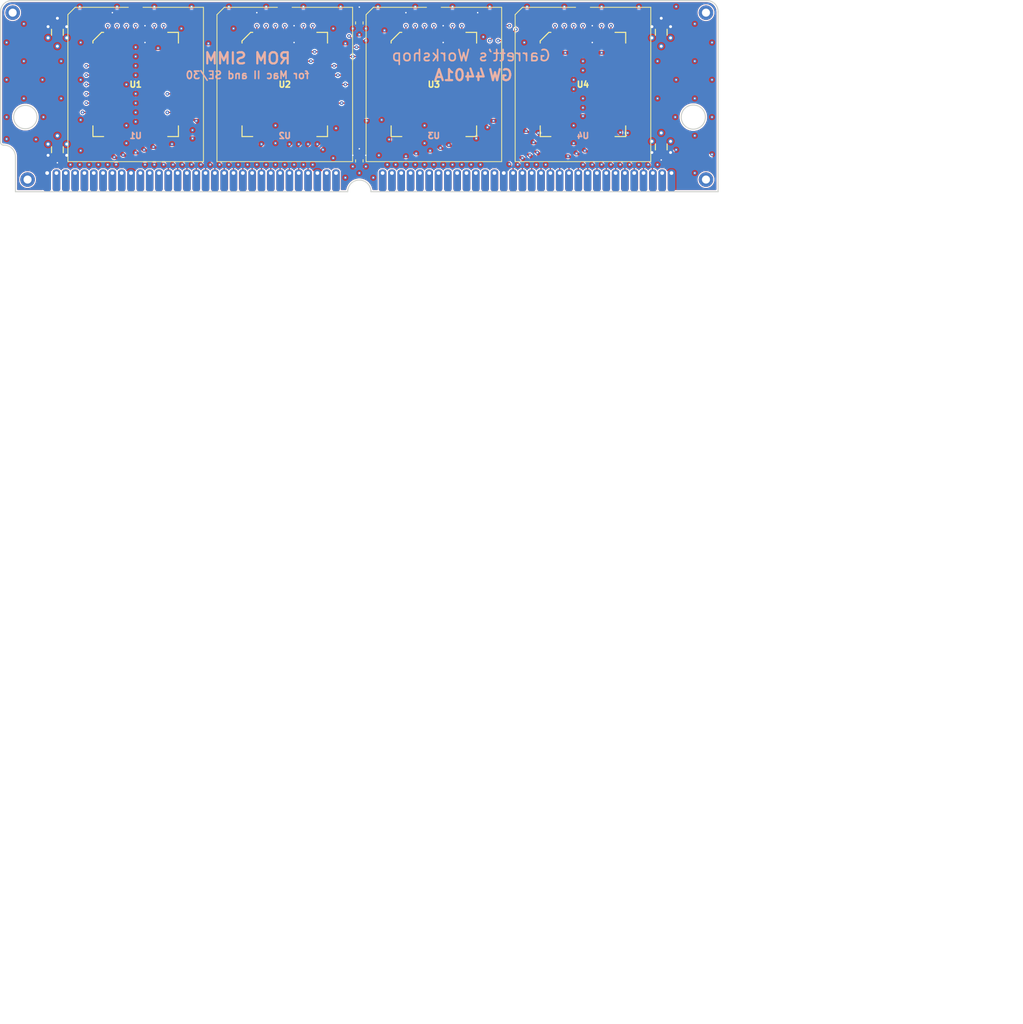
<source format=kicad_pcb>
(kicad_pcb (version 20171130) (host pcbnew "(5.1.5-0-10_14)")
  (layers (0 F.Cu signal) (1 In1.Cu power) (2 In2.Cu signal) (31 B.Cu power) (34 B.Paste user) (35 F.Paste user) (36 B.SilkS user) (37 F.SilkS user) (38 B.Mask user) (39 F.Mask user) (44 Edge.Cuts user))
  (net 0 "")
  (net 1 +5V)
  (net 2 /D0)
  (net 3 /D1)
  (net 4 /~WE~)
  (net 5 /D2)
  (net 6 /D3)
  (net 7 GND)
  (net 8 /D4)
  (net 9 /D5)
  (net 10 /D6)
  (net 11 /A11)
  (net 12 /D7)
  (net 13 /A0)
  (net 14 /A1)
  (net 15 /A2)
  (net 16 /A3)
  (net 17 /A4)
  (net 18 /A5)
  (net 19 /A6)
  (net 20 /A7)
  (net 21 /~CS~)
  (net 22 /~OE~)
  (net 23 /D8)
  (net 24 /D9)
  (net 25 /D10)
  (net 26 /D11)
  (net 27 /D12)
  (net 28 /D13)
  (net 29 /D14)
  (net 30 /D15)
  (net 31 /A8)
  (net 32 /A9)
  (net 33 /A10)
  (net 34 /A12)
  (net 35 /A13)
  (net 36 /A14)
  (net 37 /A15)
  (net 38 /A16)
  (net 39 /A17)
  (net 40 /A18)
  (net 41 /A19)
  (net 42 /A20)
  (net 43 /A21)
  (net 44 /A22)
  (net 45 /D16)
  (net 46 /D17)
  (net 47 /D18)
  (net 48 /D19)
  (net 49 /D20)
  (net 50 /D21)
  (net 51 /D22)
  (net 52 /D23)
  (net 53 /D24)
  (net 54 /D25)
  (net 55 /D26)
  (net 56 /D27)
  (net 57 /D28)
  (net 58 /D29)
  (net 59 /D30)
  (net 60 /D31)
  (net 61 "Net-(J1-Pad63)")
  (module stdpads:MacIIROMSIMM_Edge (layer F.Cu) (at 120.65 127.635)
    (fp_text reference J1 hide)
    (fp_text value ROM)
    (pad 64 thru_hole roundrect (at 42.545 -2.54) (size 1.0414 3.048) (drill 0.508 (offset 0 1.016)) (layers *.Cu *.Mask) (roundrect_rratio 0.4) (net 7 GND))
    (pad 63 thru_hole roundrect (at 41.275 -2.54) (size 1.0414 3.048) (drill 0.508 (offset 0 1.016)) (layers *.Cu *.Mask) (roundrect_rratio 0.4) (net 61 "Net-(J1-Pad63)"))
    (pad 62 thru_hole roundrect (at 40.005 -2.54) (size 1.0414 3.048) (drill 0.508 (offset 0 1.016)) (layers *.Cu *.Mask) (roundrect_rratio 0.4) (net 60 /D31))
    (pad 61 thru_hole roundrect (at 38.735 -2.54) (size 1.0414 3.048) (drill 0.508 (offset 0 1.016)) (layers *.Cu *.Mask) (roundrect_rratio 0.4) (net 59 /D30))
    (pad 60 thru_hole roundrect (at 37.465 -2.54) (size 1.0414 3.048) (drill 0.508 (offset 0 1.016)) (layers *.Cu *.Mask) (roundrect_rratio 0.4) (net 58 /D29))
    (pad 59 thru_hole roundrect (at 36.195 -2.54) (size 1.0414 3.048) (drill 0.508 (offset 0 1.016)) (layers *.Cu *.Mask) (roundrect_rratio 0.4) (net 57 /D28))
    (pad 58 thru_hole roundrect (at 34.925 -2.54) (size 1.0414 3.048) (drill 0.508 (offset 0 1.016)) (layers *.Cu *.Mask) (roundrect_rratio 0.4) (net 56 /D27))
    (pad 57 thru_hole roundrect (at 33.655 -2.54) (size 1.0414 3.048) (drill 0.508 (offset 0 1.016)) (layers *.Cu *.Mask) (roundrect_rratio 0.4) (net 55 /D26))
    (pad 56 thru_hole roundrect (at 32.385 -2.54) (size 1.0414 3.048) (drill 0.508 (offset 0 1.016)) (layers *.Cu *.Mask) (roundrect_rratio 0.4) (net 54 /D25))
    (pad 55 thru_hole roundrect (at 31.115 -2.54) (size 1.0414 3.048) (drill 0.508 (offset 0 1.016)) (layers *.Cu *.Mask) (roundrect_rratio 0.4) (net 53 /D24))
    (pad 54 thru_hole roundrect (at 29.845 -2.54) (size 1.0414 3.048) (drill 0.508 (offset 0 1.016)) (layers *.Cu *.Mask) (roundrect_rratio 0.4) (net 52 /D23))
    (pad 53 thru_hole roundrect (at 28.575 -2.54) (size 1.0414 3.048) (drill 0.508 (offset 0 1.016)) (layers *.Cu *.Mask) (roundrect_rratio 0.4) (net 51 /D22))
    (pad 52 thru_hole roundrect (at 27.305 -2.54) (size 1.0414 3.048) (drill 0.508 (offset 0 1.016)) (layers *.Cu *.Mask) (roundrect_rratio 0.4) (net 50 /D21))
    (pad 51 thru_hole roundrect (at 26.035 -2.54) (size 1.0414 3.048) (drill 0.508 (offset 0 1.016)) (layers *.Cu *.Mask) (roundrect_rratio 0.4) (net 49 /D20))
    (pad 50 thru_hole roundrect (at 24.765 -2.54) (size 1.0414 3.048) (drill 0.508 (offset 0 1.016)) (layers *.Cu *.Mask) (roundrect_rratio 0.4) (net 48 /D19))
    (pad 49 thru_hole roundrect (at 23.495 -2.54) (size 1.0414 3.048) (drill 0.508 (offset 0 1.016)) (layers *.Cu *.Mask) (roundrect_rratio 0.4) (net 47 /D18))
    (pad 48 thru_hole roundrect (at 22.225 -2.54) (size 1.0414 3.048) (drill 0.508 (offset 0 1.016)) (layers *.Cu *.Mask) (roundrect_rratio 0.4) (net 46 /D17))
    (pad 47 thru_hole roundrect (at 20.955 -2.54) (size 1.0414 3.048) (drill 0.508 (offset 0 1.016)) (layers *.Cu *.Mask) (roundrect_rratio 0.4) (net 45 /D16))
    (pad 46 thru_hole roundrect (at 19.685 -2.54) (size 1.0414 3.048) (drill 0.508 (offset 0 1.016)) (layers *.Cu *.Mask) (roundrect_rratio 0.4) (net 1 +5V))
    (pad 45 thru_hole roundrect (at 18.415 -2.54) (size 1.0414 3.048) (drill 0.508 (offset 0 1.016)) (layers *.Cu *.Mask) (roundrect_rratio 0.4) (net 44 /A22))
    (pad 44 thru_hole roundrect (at 17.145 -2.54) (size 1.0414 3.048) (drill 0.508 (offset 0 1.016)) (layers *.Cu *.Mask) (roundrect_rratio 0.4) (net 43 /A21))
    (pad 43 thru_hole roundrect (at 15.875 -2.54) (size 1.0414 3.048) (drill 0.508 (offset 0 1.016)) (layers *.Cu *.Mask) (roundrect_rratio 0.4) (net 42 /A20))
    (pad 42 thru_hole roundrect (at 14.605 -2.54) (size 1.0414 3.048) (drill 0.508 (offset 0 1.016)) (layers *.Cu *.Mask) (roundrect_rratio 0.4) (net 41 /A19))
    (pad 41 thru_hole roundrect (at 13.335 -2.54) (size 1.0414 3.048) (drill 0.508 (offset 0 1.016)) (layers *.Cu *.Mask) (roundrect_rratio 0.4) (net 40 /A18))
    (pad 40 thru_hole roundrect (at 12.065 -2.54) (size 1.0414 3.048) (drill 0.508 (offset 0 1.016)) (layers *.Cu *.Mask) (roundrect_rratio 0.4) (net 39 /A17))
    (pad 39 thru_hole roundrect (at 10.795 -2.54) (size 1.0414 3.048) (drill 0.508 (offset 0 1.016)) (layers *.Cu *.Mask) (roundrect_rratio 0.4) (net 38 /A16))
    (pad 38 thru_hole roundrect (at 9.525 -2.54) (size 1.0414 3.048) (drill 0.508 (offset 0 1.016)) (layers *.Cu *.Mask) (roundrect_rratio 0.4) (net 37 /A15))
    (pad 37 thru_hole roundrect (at 8.255 -2.54) (size 1.0414 3.048) (drill 0.508 (offset 0 1.016)) (layers *.Cu *.Mask) (roundrect_rratio 0.4) (net 36 /A14))
    (pad 36 thru_hole roundrect (at 6.985 -2.54) (size 1.0414 3.048) (drill 0.508 (offset 0 1.016)) (layers *.Cu *.Mask) (roundrect_rratio 0.4) (net 35 /A13))
    (pad 35 thru_hole roundrect (at 5.715 -2.54) (size 1.0414 3.048) (drill 0.508 (offset 0 1.016)) (layers *.Cu *.Mask) (roundrect_rratio 0.4) (net 34 /A12))
    (pad 34 thru_hole roundrect (at 4.445 -2.54) (size 1.0414 3.048) (drill 0.508 (offset 0 1.016)) (layers *.Cu *.Mask) (roundrect_rratio 0.4) (net 11 /A11))
    (pad 33 thru_hole roundrect (at 3.175 -2.54) (size 1.0414 3.048) (drill 0.508 (offset 0 1.016)) (layers *.Cu *.Mask) (roundrect_rratio 0.4) (net 33 /A10))
    (pad 32 thru_hole roundrect (at -3.175 -2.54) (size 1.0414 3.048) (drill 0.508 (offset 0 1.016)) (layers *.Cu *.Mask) (roundrect_rratio 0.4) (net 32 /A9))
    (pad 31 thru_hole roundrect (at -4.445 -2.54) (size 1.0414 3.048) (drill 0.508 (offset 0 1.016)) (layers *.Cu *.Mask) (roundrect_rratio 0.4) (net 31 /A8))
    (pad 30 thru_hole roundrect (at -5.715 -2.54) (size 1.0414 3.048) (drill 0.508 (offset 0 1.016)) (layers *.Cu *.Mask) (roundrect_rratio 0.4) (net 7 GND))
    (pad 29 thru_hole roundrect (at -6.985 -2.54) (size 1.0414 3.048) (drill 0.508 (offset 0 1.016)) (layers *.Cu *.Mask) (roundrect_rratio 0.4) (net 30 /D15))
    (pad 28 thru_hole roundrect (at -8.255 -2.54) (size 1.0414 3.048) (drill 0.508 (offset 0 1.016)) (layers *.Cu *.Mask) (roundrect_rratio 0.4) (net 29 /D14))
    (pad 27 thru_hole roundrect (at -9.525 -2.54) (size 1.0414 3.048) (drill 0.508 (offset 0 1.016)) (layers *.Cu *.Mask) (roundrect_rratio 0.4) (net 28 /D13))
    (pad 26 thru_hole roundrect (at -10.795 -2.54) (size 1.0414 3.048) (drill 0.508 (offset 0 1.016)) (layers *.Cu *.Mask) (roundrect_rratio 0.4) (net 27 /D12))
    (pad 25 thru_hole roundrect (at -12.065 -2.54) (size 1.0414 3.048) (drill 0.508 (offset 0 1.016)) (layers *.Cu *.Mask) (roundrect_rratio 0.4) (net 26 /D11))
    (pad 24 thru_hole roundrect (at -13.335 -2.54) (size 1.0414 3.048) (drill 0.508 (offset 0 1.016)) (layers *.Cu *.Mask) (roundrect_rratio 0.4) (net 25 /D10))
    (pad 23 thru_hole roundrect (at -14.605 -2.54) (size 1.0414 3.048) (drill 0.508 (offset 0 1.016)) (layers *.Cu *.Mask) (roundrect_rratio 0.4) (net 24 /D9))
    (pad 22 thru_hole roundrect (at -15.875 -2.54) (size 1.0414 3.048) (drill 0.508 (offset 0 1.016)) (layers *.Cu *.Mask) (roundrect_rratio 0.4) (net 23 /D8))
    (pad 21 thru_hole roundrect (at -17.145 -2.54) (size 1.0414 3.048) (drill 0.508 (offset 0 1.016)) (layers *.Cu *.Mask) (roundrect_rratio 0.4) (net 12 /D7))
    (pad 20 thru_hole roundrect (at -18.415 -2.54) (size 1.0414 3.048) (drill 0.508 (offset 0 1.016)) (layers *.Cu *.Mask) (roundrect_rratio 0.4) (net 10 /D6))
    (pad 19 thru_hole roundrect (at -19.685 -2.54) (size 1.0414 3.048) (drill 0.508 (offset 0 1.016)) (layers *.Cu *.Mask) (roundrect_rratio 0.4) (net 9 /D5))
    (pad 18 thru_hole roundrect (at -20.955 -2.54) (size 1.0414 3.048) (drill 0.508 (offset 0 1.016)) (layers *.Cu *.Mask) (roundrect_rratio 0.4) (net 8 /D4))
    (pad 17 thru_hole roundrect (at -22.225 -2.54) (size 1.0414 3.048) (drill 0.508 (offset 0 1.016)) (layers *.Cu *.Mask) (roundrect_rratio 0.4) (net 6 /D3))
    (pad 16 thru_hole roundrect (at -23.495 -2.54) (size 1.0414 3.048) (drill 0.508 (offset 0 1.016)) (layers *.Cu *.Mask) (roundrect_rratio 0.4) (net 5 /D2))
    (pad 15 thru_hole roundrect (at -24.765 -2.54) (size 1.0414 3.048) (drill 0.508 (offset 0 1.016)) (layers *.Cu *.Mask) (roundrect_rratio 0.4) (net 3 /D1))
    (pad 14 thru_hole roundrect (at -26.035 -2.54) (size 1.0414 3.048) (drill 0.508 (offset 0 1.016)) (layers *.Cu *.Mask) (roundrect_rratio 0.4) (net 2 /D0))
    (pad 13 thru_hole roundrect (at -27.305 -2.54) (size 1.0414 3.048) (drill 0.508 (offset 0 1.016)) (layers *.Cu *.Mask) (roundrect_rratio 0.4) (net 4 /~WE~))
    (pad 12 thru_hole roundrect (at -28.575 -2.54) (size 1.0414 3.048) (drill 0.508 (offset 0 1.016)) (layers *.Cu *.Mask) (roundrect_rratio 0.4) (net 22 /~OE~))
    (pad 11 thru_hole roundrect (at -29.845 -2.54) (size 1.0414 3.048) (drill 0.508 (offset 0 1.016)) (layers *.Cu *.Mask) (roundrect_rratio 0.4) (net 21 /~CS~))
    (pad 10 thru_hole roundrect (at -31.115 -2.54) (size 1.0414 3.048) (drill 0.508 (offset 0 1.016)) (layers *.Cu *.Mask) (roundrect_rratio 0.4) (net 7 GND))
    (pad 9 thru_hole roundrect (at -32.385 -2.54) (size 1.0414 3.048) (drill 0.508 (offset 0 1.016)) (layers *.Cu *.Mask) (roundrect_rratio 0.4) (net 20 /A7))
    (pad 8 thru_hole roundrect (at -33.655 -2.54) (size 1.0414 3.048) (drill 0.508 (offset 0 1.016)) (layers *.Cu *.Mask) (roundrect_rratio 0.4) (net 19 /A6))
    (pad 7 thru_hole roundrect (at -34.925 -2.54) (size 1.0414 3.048) (drill 0.508 (offset 0 1.016)) (layers *.Cu *.Mask) (roundrect_rratio 0.4) (net 18 /A5))
    (pad 6 thru_hole roundrect (at -36.195 -2.54) (size 1.0414 3.048) (drill 0.508 (offset 0 1.016)) (layers *.Cu *.Mask) (roundrect_rratio 0.4) (net 17 /A4))
    (pad 5 thru_hole roundrect (at -37.465 -2.54) (size 1.0414 3.048) (drill 0.508 (offset 0 1.016)) (layers *.Cu *.Mask) (roundrect_rratio 0.4) (net 16 /A3))
    (pad 4 thru_hole roundrect (at -38.735 -2.54) (size 1.0414 3.048) (drill 0.508 (offset 0 1.016)) (layers *.Cu *.Mask) (roundrect_rratio 0.4) (net 15 /A2))
    (pad 3 thru_hole roundrect (at -40.005 -2.54) (size 1.0414 3.048) (drill 0.508 (offset 0 1.016)) (layers *.Cu *.Mask) (roundrect_rratio 0.4) (net 14 /A1))
    (pad 2 thru_hole roundrect (at -41.275 -2.54) (size 1.0414 3.048) (drill 0.508 (offset 0 1.016)) (layers *.Cu *.Mask) (roundrect_rratio 0.4) (net 13 /A0))
    (pad 1 thru_hole roundrect (at -42.545 -2.54) (size 1.0414 3.048) (drill 0.508 (offset 0 1.016)) (layers *.Cu *.Mask) (roundrect_rratio 0.4) (net 1 +5V))
  )
  (module stdpads:PasteHole_1.1mm_PTH (layer F.Cu) (at 167.894 103.251)
    (fp_text reference H4)
    (fp_text value " " hide)
    (pad 1 thru_hole circle (at 0 0) (size 2 2) (drill 1.1) (layers *.Cu *.Mask))
  )
  (module stdpads:PasteHole_1.1mm_PTH (layer F.Cu) (at 73.406 103.251)
    (fp_text reference H1)
    (fp_text value " " hide)
    (pad 1 thru_hole circle (at 0 0) (size 2 2) (drill 1.1) (layers *.Cu *.Mask))
  )
  (module stdpads:Fiducial (layer F.Cu) (at 75.946 103.251)
    (fp_text reference FID1 hide)
    (fp_text value Fiducial hide)
    (pad ~ smd circle (at 0 0) (size 1 1) (layers F.Cu F.Mask) (clearance 0.575))
  )
  (module stdpads:Fiducial (layer F.Cu) (at 165.354 103.251)
    (fp_text reference FID4 hide)
    (fp_text value Fiducial hide)
    (pad ~ smd circle (at 0 0) (size 1 1) (layers F.Cu F.Mask) (clearance 0.575))
  )
  (module stdpads:Fiducial (layer F.Cu) (at 167.894 123.444)
    (fp_text reference FID3 hide)
    (fp_text value Fiducial hide)
    (pad ~ smd circle (at 0 0) (size 1 1) (layers F.Cu F.Mask) (clearance 0.575))
  )
  (module stdpads:Fiducial (layer F.Cu) (at 75.438 123.444)
    (fp_text reference FID2 hide)
    (fp_text value Fiducial hide)
    (pad ~ smd circle (at 0 0) (size 1 1) (layers F.Cu F.Mask) (clearance 0.575))
  )
  (module stdpads:PasteHole_1.1mm_PTH (layer F.Cu) (at 167.894 125.984)
    (fp_text reference H3)
    (fp_text value " " hide)
    (pad 1 thru_hole circle (at 0 0) (size 2 2) (drill 1.1) (layers *.Cu *.Mask))
  )
  (module stdpads:PasteHole_1.1mm_PTH (layer F.Cu) (at 75.438 125.984)
    (fp_text reference H2)
    (fp_text value " " hide)
    (pad 1 thru_hole circle (at 0 0) (size 2 2) (drill 1.1) (layers *.Cu *.Mask))
  )
  (module "" (layer F.Cu) (at 90.17 113.03)
    (fp_text reference "" (at 120.65 127.635) (layer F.SilkS) (effects (font (size 1.27 1.27))))
    (fp_text value "" (at 120.65 127.635) (layer F.SilkS) (effects (font (size 1.27 1.27))))
    (fp_text user %R (at 120.65 127.635) (layer F.SilkS) (effects (font (size 0.8128 0.8128) (thickness 0.2032))))
  )
  (module stdpads:C_0603 (layer F.Cu) (at 120.65 123.444 270)
    (fp_text reference C5)
    (fp_text value 2u2)
    (pad 1 smd roundrect (at -0.75 0 270) (size 0.85 0.95) (layers F.Cu F.Paste F.Mask) (net 1 +5V))
    (pad 2 smd roundrect (at 0.75 0 270) (size 0.85 0.95) (layers F.Cu F.Paste F.Mask) (net 7 GND))
  )
  (module stdpads:C_0603 (layer F.Cu) (at 120.65 104.648 270)
    (fp_text reference C6)
    (fp_text value 2u2)
    (pad 2 smd roundrect (at 0.75 0 270) (size 0.85 0.95) (layers F.Cu F.Paste F.Mask) (net 7 GND))
    (pad 1 smd roundrect (at -0.75 0 270) (size 0.85 0.95) (layers F.Cu F.Paste F.Mask) (net 1 +5V))
  )
  (module stdpads:PLCC-32_SMDSocket (layer F.Cu) (at 90.17 113.03)
    (fp_text reference U1)
    (fp_text value D31-24)
    (fp_text user %R (at 0 0) (layer F.SilkS) (effects (font (size 0.8128 0.8128) (thickness 0.2032))))
    (pad 1 smd roundrect (at 0 -6.8375) (size 0.6 1.475) (layers F.Cu F.Paste F.Mask) (net 42 /A20))
    (pad 2 smd roundrect (at -1.27 -6.8375) (size 0.6 1.475) (layers F.Cu F.Paste F.Mask) (net 40 /A18))
    (pad 3 smd roundrect (at -2.54 -6.8375) (size 0.6 1.475) (layers F.Cu F.Paste F.Mask) (net 39 /A17))
    (pad 4 smd roundrect (at -3.81 -6.8375) (size 0.6 1.475) (layers F.Cu F.Paste F.Mask) (net 36 /A14))
    (pad 5 smd roundrect (at -5.5625 -5.08) (size 1.475 0.6) (layers F.Cu F.Paste F.Mask) (net 32 /A9))
    (pad 6 smd roundrect (at -5.5625 -3.81) (size 1.475 0.6) (layers F.Cu F.Paste F.Mask) (net 31 /A8))
    (pad 7 smd roundrect (at -5.5625 -2.54) (size 1.475 0.6) (layers F.Cu F.Paste F.Mask) (net 20 /A7))
    (pad 8 smd roundrect (at -5.5625 -1.27) (size 1.475 0.6) (layers F.Cu F.Paste F.Mask) (net 19 /A6))
    (pad 9 smd roundrect (at -5.5625 0) (size 1.475 0.6) (layers F.Cu F.Paste F.Mask) (net 18 /A5))
    (pad 10 smd roundrect (at -5.5625 1.27) (size 1.475 0.6) (layers F.Cu F.Paste F.Mask) (net 17 /A4))
    (pad 11 smd roundrect (at -5.5625 2.54) (size 1.475 0.6) (layers F.Cu F.Paste F.Mask) (net 16 /A3))
    (pad 12 smd roundrect (at -5.5625 3.81) (size 1.475 0.6) (layers F.Cu F.Paste F.Mask) (net 15 /A2))
    (pad 13 smd roundrect (at -5.5625 5.08) (size 1.475 0.6) (layers F.Cu F.Paste F.Mask) (net 2 /D0))
    (pad 14 smd roundrect (at -3.81 6.8375) (size 0.6 1.475) (layers F.Cu F.Paste F.Mask) (net 3 /D1))
    (pad 15 smd roundrect (at -2.54 6.8375) (size 0.6 1.475) (layers F.Cu F.Paste F.Mask) (net 5 /D2))
    (pad 16 smd roundrect (at -1.27 6.8375) (size 0.6 1.475) (layers F.Cu F.Paste F.Mask) (net 7 GND))
    (pad 17 smd roundrect (at 0 6.8375) (size 0.6 1.475) (layers F.Cu F.Paste F.Mask) (net 6 /D3))
    (pad 18 smd roundrect (at 1.27 6.8375) (size 0.6 1.475) (layers F.Cu F.Paste F.Mask) (net 8 /D4))
    (pad 19 smd roundrect (at 2.54 6.8375) (size 0.6 1.475) (layers F.Cu F.Paste F.Mask) (net 9 /D5))
    (pad 20 smd roundrect (at 3.81 6.8375) (size 0.6 1.475) (layers F.Cu F.Paste F.Mask) (net 10 /D6))
    (pad 21 smd roundrect (at 5.5625 5.08) (size 1.475 0.6) (layers F.Cu F.Paste F.Mask) (net 12 /D7))
    (pad 22 smd roundrect (at 5.5625 3.81) (size 1.475 0.6) (layers F.Cu F.Paste F.Mask) (net 21 /~CS~))
    (pad 23 smd roundrect (at 5.5625 2.54) (size 1.475 0.6) (layers F.Cu F.Paste F.Mask) (net 34 /A12))
    (pad 24 smd roundrect (at 5.5625 1.27) (size 1.475 0.6) (layers F.Cu F.Paste F.Mask) (net 22 /~OE~))
    (pad 25 smd roundrect (at 5.5625 0) (size 1.475 0.6) (layers F.Cu F.Paste F.Mask) (net 35 /A13))
    (pad 26 smd roundrect (at 5.5625 -1.27) (size 1.475 0.6) (layers F.Cu F.Paste F.Mask) (net 11 /A11))
    (pad 27 smd roundrect (at 5.5625 -2.54) (size 1.475 0.6) (layers F.Cu F.Paste F.Mask) (net 33 /A10))
    (pad 28 smd roundrect (at 5.5625 -3.81) (size 1.475 0.6) (layers F.Cu F.Paste F.Mask) (net 37 /A15))
    (pad 29 smd roundrect (at 5.5625 -5.08) (size 1.475 0.6) (layers F.Cu F.Paste F.Mask) (net 38 /A16))
    (pad 30 smd roundrect (at 3.81 -6.8375) (size 0.6 1.475) (layers F.Cu F.Paste F.Mask) (net 41 /A19))
    (pad 31 smd roundrect (at 2.54 -6.8375) (size 0.6 1.475) (layers F.Cu F.Paste F.Mask) (net 4 /~WE~))
    (pad 32 smd roundrect (at 1.27 -6.8375) (size 0.6 1.475) (layers F.Cu F.Paste F.Mask) (net 1 +5V))
  )
  (module stdpads:PLCC-32_SMDSocket (layer F.Cu) (at 130.81 113.03)
    (fp_text reference U3)
    (fp_text value D15-8)
    (fp_text user %R (at 0 0) (layer F.SilkS) (effects (font (size 0.8128 0.8128) (thickness 0.2032))))
    (pad 1 smd roundrect (at 0 -6.8375) (size 0.6 1.475) (layers F.Cu F.Paste F.Mask) (net 42 /A20))
    (pad 2 smd roundrect (at -1.27 -6.8375) (size 0.6 1.475) (layers F.Cu F.Paste F.Mask) (net 40 /A18))
    (pad 3 smd roundrect (at -2.54 -6.8375) (size 0.6 1.475) (layers F.Cu F.Paste F.Mask) (net 39 /A17))
    (pad 4 smd roundrect (at -3.81 -6.8375) (size 0.6 1.475) (layers F.Cu F.Paste F.Mask) (net 36 /A14))
    (pad 5 smd roundrect (at -5.5625 -5.08) (size 1.475 0.6) (layers F.Cu F.Paste F.Mask) (net 32 /A9))
    (pad 6 smd roundrect (at -5.5625 -3.81) (size 1.475 0.6) (layers F.Cu F.Paste F.Mask) (net 31 /A8))
    (pad 7 smd roundrect (at -5.5625 -2.54) (size 1.475 0.6) (layers F.Cu F.Paste F.Mask) (net 20 /A7))
    (pad 8 smd roundrect (at -5.5625 -1.27) (size 1.475 0.6) (layers F.Cu F.Paste F.Mask) (net 19 /A6))
    (pad 9 smd roundrect (at -5.5625 0) (size 1.475 0.6) (layers F.Cu F.Paste F.Mask) (net 18 /A5))
    (pad 10 smd roundrect (at -5.5625 1.27) (size 1.475 0.6) (layers F.Cu F.Paste F.Mask) (net 17 /A4))
    (pad 11 smd roundrect (at -5.5625 2.54) (size 1.475 0.6) (layers F.Cu F.Paste F.Mask) (net 16 /A3))
    (pad 12 smd roundrect (at -5.5625 3.81) (size 1.475 0.6) (layers F.Cu F.Paste F.Mask) (net 15 /A2))
    (pad 13 smd roundrect (at -5.5625 5.08) (size 1.475 0.6) (layers F.Cu F.Paste F.Mask) (net 45 /D16))
    (pad 14 smd roundrect (at -3.81 6.8375) (size 0.6 1.475) (layers F.Cu F.Paste F.Mask) (net 46 /D17))
    (pad 15 smd roundrect (at -2.54 6.8375) (size 0.6 1.475) (layers F.Cu F.Paste F.Mask) (net 47 /D18))
    (pad 16 smd roundrect (at -1.27 6.8375) (size 0.6 1.475) (layers F.Cu F.Paste F.Mask) (net 7 GND))
    (pad 17 smd roundrect (at 0 6.8375) (size 0.6 1.475) (layers F.Cu F.Paste F.Mask) (net 48 /D19))
    (pad 18 smd roundrect (at 1.27 6.8375) (size 0.6 1.475) (layers F.Cu F.Paste F.Mask) (net 49 /D20))
    (pad 19 smd roundrect (at 2.54 6.8375) (size 0.6 1.475) (layers F.Cu F.Paste F.Mask) (net 50 /D21))
    (pad 20 smd roundrect (at 3.81 6.8375) (size 0.6 1.475) (layers F.Cu F.Paste F.Mask) (net 51 /D22))
    (pad 21 smd roundrect (at 5.5625 5.08) (size 1.475 0.6) (layers F.Cu F.Paste F.Mask) (net 52 /D23))
    (pad 22 smd roundrect (at 5.5625 3.81) (size 1.475 0.6) (layers F.Cu F.Paste F.Mask) (net 21 /~CS~))
    (pad 23 smd roundrect (at 5.5625 2.54) (size 1.475 0.6) (layers F.Cu F.Paste F.Mask) (net 34 /A12))
    (pad 24 smd roundrect (at 5.5625 1.27) (size 1.475 0.6) (layers F.Cu F.Paste F.Mask) (net 22 /~OE~))
    (pad 25 smd roundrect (at 5.5625 0) (size 1.475 0.6) (layers F.Cu F.Paste F.Mask) (net 35 /A13))
    (pad 26 smd roundrect (at 5.5625 -1.27) (size 1.475 0.6) (layers F.Cu F.Paste F.Mask) (net 11 /A11))
    (pad 27 smd roundrect (at 5.5625 -2.54) (size 1.475 0.6) (layers F.Cu F.Paste F.Mask) (net 33 /A10))
    (pad 28 smd roundrect (at 5.5625 -3.81) (size 1.475 0.6) (layers F.Cu F.Paste F.Mask) (net 37 /A15))
    (pad 29 smd roundrect (at 5.5625 -5.08) (size 1.475 0.6) (layers F.Cu F.Paste F.Mask) (net 38 /A16))
    (pad 30 smd roundrect (at 3.81 -6.8375) (size 0.6 1.475) (layers F.Cu F.Paste F.Mask) (net 41 /A19))
    (pad 31 smd roundrect (at 2.54 -6.8375) (size 0.6 1.475) (layers F.Cu F.Paste F.Mask) (net 4 /~WE~))
    (pad 32 smd roundrect (at 1.27 -6.8375) (size 0.6 1.475) (layers F.Cu F.Paste F.Mask) (net 1 +5V))
  )
  (module stdpads:PLCC-32_SMDSocket (layer F.Cu) (at 151.13 113.03)
    (fp_text reference U4)
    (fp_text value D7-0)
    (fp_text user %R (at 0 0) (layer F.SilkS) (effects (font (size 0.8128 0.8128) (thickness 0.2032))))
    (pad 32 smd roundrect (at 1.27 -6.8375) (size 0.6 1.475) (layers F.Cu F.Paste F.Mask) (net 1 +5V))
    (pad 31 smd roundrect (at 2.54 -6.8375) (size 0.6 1.475) (layers F.Cu F.Paste F.Mask) (net 4 /~WE~))
    (pad 30 smd roundrect (at 3.81 -6.8375) (size 0.6 1.475) (layers F.Cu F.Paste F.Mask) (net 41 /A19))
    (pad 29 smd roundrect (at 5.5625 -5.08) (size 1.475 0.6) (layers F.Cu F.Paste F.Mask) (net 38 /A16))
    (pad 28 smd roundrect (at 5.5625 -3.81) (size 1.475 0.6) (layers F.Cu F.Paste F.Mask) (net 37 /A15))
    (pad 27 smd roundrect (at 5.5625 -2.54) (size 1.475 0.6) (layers F.Cu F.Paste F.Mask) (net 33 /A10))
    (pad 26 smd roundrect (at 5.5625 -1.27) (size 1.475 0.6) (layers F.Cu F.Paste F.Mask) (net 11 /A11))
    (pad 25 smd roundrect (at 5.5625 0) (size 1.475 0.6) (layers F.Cu F.Paste F.Mask) (net 35 /A13))
    (pad 24 smd roundrect (at 5.5625 1.27) (size 1.475 0.6) (layers F.Cu F.Paste F.Mask) (net 22 /~OE~))
    (pad 23 smd roundrect (at 5.5625 2.54) (size 1.475 0.6) (layers F.Cu F.Paste F.Mask) (net 34 /A12))
    (pad 22 smd roundrect (at 5.5625 3.81) (size 1.475 0.6) (layers F.Cu F.Paste F.Mask) (net 21 /~CS~))
    (pad 21 smd roundrect (at 5.5625 5.08) (size 1.475 0.6) (layers F.Cu F.Paste F.Mask) (net 60 /D31))
    (pad 20 smd roundrect (at 3.81 6.8375) (size 0.6 1.475) (layers F.Cu F.Paste F.Mask) (net 59 /D30))
    (pad 19 smd roundrect (at 2.54 6.8375) (size 0.6 1.475) (layers F.Cu F.Paste F.Mask) (net 58 /D29))
    (pad 18 smd roundrect (at 1.27 6.8375) (size 0.6 1.475) (layers F.Cu F.Paste F.Mask) (net 57 /D28))
    (pad 17 smd roundrect (at 0 6.8375) (size 0.6 1.475) (layers F.Cu F.Paste F.Mask) (net 56 /D27))
    (pad 16 smd roundrect (at -1.27 6.8375) (size 0.6 1.475) (layers F.Cu F.Paste F.Mask) (net 7 GND))
    (pad 15 smd roundrect (at -2.54 6.8375) (size 0.6 1.475) (layers F.Cu F.Paste F.Mask) (net 55 /D26))
    (pad 14 smd roundrect (at -3.81 6.8375) (size 0.6 1.475) (layers F.Cu F.Paste F.Mask) (net 54 /D25))
    (pad 13 smd roundrect (at -5.5625 5.08) (size 1.475 0.6) (layers F.Cu F.Paste F.Mask) (net 53 /D24))
    (pad 12 smd roundrect (at -5.5625 3.81) (size 1.475 0.6) (layers F.Cu F.Paste F.Mask) (net 15 /A2))
    (pad 11 smd roundrect (at -5.5625 2.54) (size 1.475 0.6) (layers F.Cu F.Paste F.Mask) (net 16 /A3))
    (pad 10 smd roundrect (at -5.5625 1.27) (size 1.475 0.6) (layers F.Cu F.Paste F.Mask) (net 17 /A4))
    (pad 9 smd roundrect (at -5.5625 0) (size 1.475 0.6) (layers F.Cu F.Paste F.Mask) (net 18 /A5))
    (pad 8 smd roundrect (at -5.5625 -1.27) (size 1.475 0.6) (layers F.Cu F.Paste F.Mask) (net 19 /A6))
    (pad 7 smd roundrect (at -5.5625 -2.54) (size 1.475 0.6) (layers F.Cu F.Paste F.Mask) (net 20 /A7))
    (pad 6 smd roundrect (at -5.5625 -3.81) (size 1.475 0.6) (layers F.Cu F.Paste F.Mask) (net 31 /A8))
    (pad 5 smd roundrect (at -5.5625 -5.08) (size 1.475 0.6) (layers F.Cu F.Paste F.Mask) (net 32 /A9))
    (pad 4 smd roundrect (at -3.81 -6.8375) (size 0.6 1.475) (layers F.Cu F.Paste F.Mask) (net 36 /A14))
    (pad 3 smd roundrect (at -2.54 -6.8375) (size 0.6 1.475) (layers F.Cu F.Paste F.Mask) (net 39 /A17))
    (pad 2 smd roundrect (at -1.27 -6.8375) (size 0.6 1.475) (layers F.Cu F.Paste F.Mask) (net 40 /A18))
    (pad 1 smd roundrect (at 0 -6.8375) (size 0.6 1.475) (layers F.Cu F.Paste F.Mask) (net 42 /A20))
  )
  (module stdpads:PLCC-32_SMDSocket (layer F.Cu) (at 110.49 113.03)
    (fp_text reference U2)
    (fp_text value D23-16)
    (fp_text user %R (at 0 0) (layer F.SilkS) (effects (font (size 0.8128 0.8128) (thickness 0.2032))))
    (pad 32 smd roundrect (at 1.27 -6.8375) (size 0.6 1.475) (layers F.Cu F.Paste F.Mask) (net 1 +5V))
    (pad 31 smd roundrect (at 2.54 -6.8375) (size 0.6 1.475) (layers F.Cu F.Paste F.Mask) (net 4 /~WE~))
    (pad 30 smd roundrect (at 3.81 -6.8375) (size 0.6 1.475) (layers F.Cu F.Paste F.Mask) (net 41 /A19))
    (pad 29 smd roundrect (at 5.5625 -5.08) (size 1.475 0.6) (layers F.Cu F.Paste F.Mask) (net 38 /A16))
    (pad 28 smd roundrect (at 5.5625 -3.81) (size 1.475 0.6) (layers F.Cu F.Paste F.Mask) (net 37 /A15))
    (pad 27 smd roundrect (at 5.5625 -2.54) (size 1.475 0.6) (layers F.Cu F.Paste F.Mask) (net 33 /A10))
    (pad 26 smd roundrect (at 5.5625 -1.27) (size 1.475 0.6) (layers F.Cu F.Paste F.Mask) (net 11 /A11))
    (pad 25 smd roundrect (at 5.5625 0) (size 1.475 0.6) (layers F.Cu F.Paste F.Mask) (net 35 /A13))
    (pad 24 smd roundrect (at 5.5625 1.27) (size 1.475 0.6) (layers F.Cu F.Paste F.Mask) (net 22 /~OE~))
    (pad 23 smd roundrect (at 5.5625 2.54) (size 1.475 0.6) (layers F.Cu F.Paste F.Mask) (net 34 /A12))
    (pad 22 smd roundrect (at 5.5625 3.81) (size 1.475 0.6) (layers F.Cu F.Paste F.Mask) (net 21 /~CS~))
    (pad 21 smd roundrect (at 5.5625 5.08) (size 1.475 0.6) (layers F.Cu F.Paste F.Mask) (net 30 /D15))
    (pad 20 smd roundrect (at 3.81 6.8375) (size 0.6 1.475) (layers F.Cu F.Paste F.Mask) (net 29 /D14))
    (pad 19 smd roundrect (at 2.54 6.8375) (size 0.6 1.475) (layers F.Cu F.Paste F.Mask) (net 28 /D13))
    (pad 18 smd roundrect (at 1.27 6.8375) (size 0.6 1.475) (layers F.Cu F.Paste F.Mask) (net 27 /D12))
    (pad 17 smd roundrect (at 0 6.8375) (size 0.6 1.475) (layers F.Cu F.Paste F.Mask) (net 26 /D11))
    (pad 16 smd roundrect (at -1.27 6.8375) (size 0.6 1.475) (layers F.Cu F.Paste F.Mask) (net 7 GND))
    (pad 15 smd roundrect (at -2.54 6.8375) (size 0.6 1.475) (layers F.Cu F.Paste F.Mask) (net 25 /D10))
    (pad 14 smd roundrect (at -3.81 6.8375) (size 0.6 1.475) (layers F.Cu F.Paste F.Mask) (net 24 /D9))
    (pad 13 smd roundrect (at -5.5625 5.08) (size 1.475 0.6) (layers F.Cu F.Paste F.Mask) (net 23 /D8))
    (pad 12 smd roundrect (at -5.5625 3.81) (size 1.475 0.6) (layers F.Cu F.Paste F.Mask) (net 15 /A2))
    (pad 11 smd roundrect (at -5.5625 2.54) (size 1.475 0.6) (layers F.Cu F.Paste F.Mask) (net 16 /A3))
    (pad 10 smd roundrect (at -5.5625 1.27) (size 1.475 0.6) (layers F.Cu F.Paste F.Mask) (net 17 /A4))
    (pad 9 smd roundrect (at -5.5625 0) (size 1.475 0.6) (layers F.Cu F.Paste F.Mask) (net 18 /A5))
    (pad 8 smd roundrect (at -5.5625 -1.27) (size 1.475 0.6) (layers F.Cu F.Paste F.Mask) (net 19 /A6))
    (pad 7 smd roundrect (at -5.5625 -2.54) (size 1.475 0.6) (layers F.Cu F.Paste F.Mask) (net 20 /A7))
    (pad 6 smd roundrect (at -5.5625 -3.81) (size 1.475 0.6) (layers F.Cu F.Paste F.Mask) (net 31 /A8))
    (pad 5 smd roundrect (at -5.5625 -5.08) (size 1.475 0.6) (layers F.Cu F.Paste F.Mask) (net 32 /A9))
    (pad 4 smd roundrect (at -3.81 -6.8375) (size 0.6 1.475) (layers F.Cu F.Paste F.Mask) (net 36 /A14))
    (pad 3 smd roundrect (at -2.54 -6.8375) (size 0.6 1.475) (layers F.Cu F.Paste F.Mask) (net 39 /A17))
    (pad 2 smd roundrect (at -1.27 -6.8375) (size 0.6 1.475) (layers F.Cu F.Paste F.Mask) (net 40 /A18))
    (pad 1 smd roundrect (at 0 -6.8375) (size 0.6 1.475) (layers F.Cu F.Paste F.Mask) (net 42 /A20))
  )
  (module stdpads:C_0805 (layer F.Cu) (at 79.502 121.92 90)
    (fp_text reference C2)
    (fp_text value 10u)
    (pad 1 smd roundrect (at -0.85 0 90) (size 1.05 1.4) (layers F.Cu F.Paste F.Mask) (net 1 +5V))
    (pad 2 smd roundrect (at 0.85 0 90) (size 1.05 1.4) (layers F.Cu F.Paste F.Mask) (net 7 GND))
  )
  (module stdpads:C_0805 (layer F.Cu) (at 79.502 105.918 270)
    (fp_text reference C1)
    (fp_text value 10u)
    (pad 2 smd roundrect (at 0.85 0 270) (size 1.05 1.4) (layers F.Cu F.Paste F.Mask) (net 7 GND))
    (pad 1 smd roundrect (at -0.85 0 270) (size 1.05 1.4) (layers F.Cu F.Paste F.Mask) (net 1 +5V))
  )
  (module stdpads:C_0805 (layer F.Cu) (at 161.798 105.918 270)
    (fp_text reference C3)
    (fp_text value 10u)
    (pad 1 smd roundrect (at -0.85 0 270) (size 1.05 1.4) (layers F.Cu F.Paste F.Mask) (net 1 +5V))
    (pad 2 smd roundrect (at 0.85 0 270) (size 1.05 1.4) (layers F.Cu F.Paste F.Mask) (net 7 GND))
  )
  (module stdpads:C_0805 (layer F.Cu) (at 161.798 121.539 90)
    (fp_text reference C4)
    (fp_text value 10u)
    (pad 2 smd roundrect (at 0.85 0 90) (size 1.05 1.4) (layers F.Cu F.Paste F.Mask) (net 7 GND))
    (pad 1 smd roundrect (at -0.85 0 90) (size 1.05 1.4) (layers F.Cu F.Paste F.Mask) (net 1 +5V))
  )
  (gr_line (start 169.545 127.635) (end 169.545 103.124) (layer Edge.Cuts) (width 0.15))
  (gr_line (start 73.787 122.8725) (end 73.787 127.635) (layer Edge.Cuts) (width 0.15))
  (gr_arc (start 168.021 103.124) (end 169.545 103.124) (angle -90) (layer Edge.Cuts) (width 0.15))
  (gr_arc (start 73.279 103.124) (end 73.279 101.6) (angle -90) (layer Edge.Cuts) (width 0.15))
  (gr_arc (start 72.136 120.904) (end 71.755 120.904) (angle -90) (layer Edge.Cuts) (width 0.15))
  (gr_line (start 72.136 121.285) (end 72.1995 121.285) (layer Edge.Cuts) (width 0.15))
  (gr_circle (center 75.1332 117.475) (end 76.7332 117.475) (layer Edge.Cuts) (width 0.15))
  (gr_circle (center 166.1668 117.475) (end 167.8178 117.475) (layer Edge.Cuts) (width 0.15))
  (gr_text U4 (at 151.13 120.015) (layer B.SilkS) (effects (font (size 0.8128 0.8128) (thickness 0.2032)) (justify mirror)))
  (gr_text U3 (at 130.81 120.015) (layer B.SilkS) (effects (font (size 0.8128 0.8128) (thickness 0.2032)) (justify mirror)))
  (gr_text U2 (at 110.49 120.015) (layer B.SilkS) (effects (font (size 0.8128 0.8128) (thickness 0.2032)) (justify mirror)))
  (gr_text U1 (at 90.17 120.015) (layer B.SilkS) (effects (font (size 0.8128 0.8128) (thickness 0.2032)) (justify mirror)))
  (gr_text "ROM SIMM" (at 105.41 109.474) (layer B.SilkS) (effects (font (size 1.524 1.524) (thickness 0.3)) (justify mirror)))
  (gr_text "Garrett’s Workshop" (at 135.89 109.093) (layer B.SilkS) (effects (font (size 1.524 1.524) (thickness 0.225)) (justify mirror)))
  (gr_text GW (at 138.090714 111.76) (layer B.SilkS) (effects (font (size 1.5 1.5) (thickness 0.3)) (justify right mirror)))
  (gr_text "for Mac II and SE/30" (at 105.41 111.76) (layer B.SilkS) (effects (font (size 1.016 1.016) (thickness 0.2032)) (justify mirror)))
  (gr_text 4401A (at 138.070286 111.76) (layer B.SilkS) (effects (font (size 1.5 1.5) (thickness 0.3)) (justify left mirror)))
  (gr_line (start 73.787 127.635) (end 119.0625 127.635) (layer Edge.Cuts) (width 0.15))
  (gr_line (start 122.2375 127.635) (end 169.545 127.635) (layer Edge.Cuts) (width 0.15))
  (gr_line (start 71.755 120.904) (end 71.755 103.124) (layer Edge.Cuts) (width 0.15))
  (gr_arc (start 72.1995 122.8725) (end 73.787 122.8725) (angle -90) (layer Edge.Cuts) (width 0.15))
  (gr_arc (start 120.65 127.635) (end 122.2375 127.635) (angle -180) (layer Edge.Cuts) (width 0.15))
  (gr_line (start 73.279 101.6) (end 168.021 101.6) (layer Edge.Cuts) (width 0.15))
  (via (at 91.44 105.029) (size 0.508) (drill 0.2) (layers F.Cu B.Cu) (net 1))
  (segment (start 91.44 106.1925) (end 91.44 105.029) (width 0.508) (layer F.Cu) (net 1))
  (via (at 91.44 107.315) (size 0.508) (drill 0.2) (layers F.Cu B.Cu) (net 1))
  (segment (start 91.44 106.1925) (end 91.44 107.315) (width 0.508) (layer F.Cu) (net 1))
  (segment (start 111.76 106.1925) (end 111.76 107.315) (width 0.508) (layer F.Cu) (net 1))
  (via (at 111.76 107.315) (size 0.508) (drill 0.2) (layers F.Cu B.Cu) (net 1))
  (segment (start 111.76 106.1925) (end 111.76 105.029) (width 0.508) (layer F.Cu) (net 1))
  (via (at 111.76 105.029) (size 0.508) (drill 0.2) (layers F.Cu B.Cu) (net 1))
  (segment (start 132.08 106.1925) (end 132.08 105.029) (width 0.508) (layer F.Cu) (net 1))
  (via (at 132.08 107.315) (size 0.508) (drill 0.2) (layers F.Cu B.Cu) (net 1))
  (via (at 132.08 105.029) (size 0.508) (drill 0.2) (layers F.Cu B.Cu) (net 1))
  (segment (start 132.08 106.1925) (end 132.08 107.315) (width 0.508) (layer F.Cu) (net 1))
  (via (at 152.4 105.029) (size 0.508) (drill 0.2) (layers F.Cu B.Cu) (net 1))
  (segment (start 152.4 106.1925) (end 152.4 107.315) (width 0.508) (layer F.Cu) (net 1))
  (via (at 152.4 107.315) (size 0.508) (drill 0.2) (layers F.Cu B.Cu) (net 1))
  (segment (start 152.4 106.1925) (end 152.4 105.029) (width 0.508) (layer F.Cu) (net 1))
  (via (at 78.232 122.682) (size 0.8) (drill 0.4) (layers F.Cu B.Cu) (net 1))
  (segment (start 78.32 122.77) (end 78.232 122.682) (width 0.8) (layer F.Cu) (net 1))
  (segment (start 79.502 122.77) (end 78.32 122.77) (width 0.8) (layer F.Cu) (net 1))
  (via (at 80.772 122.682) (size 0.8) (drill 0.4) (layers F.Cu B.Cu) (net 1))
  (segment (start 80.684 122.77) (end 80.772 122.682) (width 0.8) (layer F.Cu) (net 1))
  (segment (start 79.502 122.77) (end 80.684 122.77) (width 0.8) (layer F.Cu) (net 1))
  (via (at 163.068 122.301) (size 0.8) (drill 0.4) (layers F.Cu B.Cu) (net 1))
  (segment (start 162.98 122.389) (end 163.068 122.301) (width 0.8) (layer F.Cu) (net 1))
  (segment (start 161.798 122.389) (end 162.98 122.389) (width 0.8) (layer F.Cu) (net 1))
  (segment (start 78.32 105.068) (end 78.232 105.156) (width 0.8) (layer F.Cu) (net 1))
  (via (at 78.232 105.156) (size 0.8) (drill 0.4) (layers F.Cu B.Cu) (net 1))
  (segment (start 79.502 105.068) (end 78.32 105.068) (width 0.8) (layer F.Cu) (net 1))
  (via (at 80.772 105.156) (size 0.8) (drill 0.4) (layers F.Cu B.Cu) (net 1))
  (segment (start 80.684 105.068) (end 80.772 105.156) (width 0.8) (layer F.Cu) (net 1))
  (segment (start 79.502 105.068) (end 80.684 105.068) (width 0.8) (layer F.Cu) (net 1))
  (segment (start 160.616 105.068) (end 160.528 105.156) (width 0.8) (layer F.Cu) (net 1))
  (via (at 160.528 105.156) (size 0.8) (drill 0.4) (layers F.Cu B.Cu) (net 1))
  (segment (start 161.798 105.068) (end 160.616 105.068) (width 0.8) (layer F.Cu) (net 1))
  (via (at 163.068 105.156) (size 0.8) (drill 0.4) (layers F.Cu B.Cu) (net 1))
  (segment (start 162.98 105.068) (end 163.068 105.156) (width 0.8) (layer F.Cu) (net 1))
  (segment (start 161.798 105.068) (end 162.98 105.068) (width 0.8) (layer F.Cu) (net 1))
  (via (at 161.798 104.013) (size 0.8) (drill 0.4) (layers F.Cu B.Cu) (net 1))
  (segment (start 161.798 105.068) (end 161.798 104.013) (width 0.8) (layer F.Cu) (net 1))
  (via (at 79.502 104.013) (size 0.8) (drill 0.4) (layers F.Cu B.Cu) (net 1))
  (segment (start 79.502 105.068) (end 79.502 104.013) (width 0.8) (layer F.Cu) (net 1))
  (segment (start 91.44 104.648) (end 91.44 105.029) (width 0.762) (layer F.Cu) (net 1))
  (segment (start 79.629 103.886) (end 90.678 103.886) (width 0.762) (layer F.Cu) (net 1))
  (segment (start 90.678 103.886) (end 91.44 104.648) (width 0.762) (layer F.Cu) (net 1))
  (segment (start 79.502 104.013) (end 79.629 103.886) (width 0.762) (layer F.Cu) (net 1))
  (segment (start 91.44 104.648) (end 92.202 103.886) (width 0.762) (layer F.Cu) (net 1))
  (segment (start 92.202 103.886) (end 111.125 103.886) (width 0.762) (layer F.Cu) (net 1))
  (segment (start 111.76 104.521) (end 111.76 105.029) (width 0.762) (layer F.Cu) (net 1))
  (segment (start 111.125 103.886) (end 111.76 104.521) (width 0.762) (layer F.Cu) (net 1))
  (segment (start 111.76 104.521) (end 112.395 103.886) (width 0.762) (layer F.Cu) (net 1))
  (segment (start 132.08 104.648) (end 132.08 105.029) (width 0.762) (layer F.Cu) (net 1))
  (segment (start 131.318 103.886) (end 132.08 104.648) (width 0.762) (layer F.Cu) (net 1))
  (segment (start 152.4 104.648) (end 152.4 105.029) (width 0.762) (layer F.Cu) (net 1))
  (segment (start 132.842 103.886) (end 151.638 103.886) (width 0.762) (layer F.Cu) (net 1))
  (segment (start 132.08 104.648) (end 132.842 103.886) (width 0.762) (layer F.Cu) (net 1))
  (segment (start 151.638 103.886) (end 152.4 104.648) (width 0.762) (layer F.Cu) (net 1))
  (segment (start 90.678 103.886) (end 92.202 103.886) (width 0.762) (layer F.Cu) (net 1))
  (segment (start 112.395 103.886) (end 111.125 103.886) (width 0.762) (layer F.Cu) (net 1))
  (segment (start 131.318 103.886) (end 132.842 103.886) (width 0.762) (layer F.Cu) (net 1))
  (segment (start 152.4 104.648) (end 153.162 103.886) (width 0.762) (layer F.Cu) (net 1))
  (segment (start 161.671 103.886) (end 161.798 104.013) (width 0.762) (layer F.Cu) (net 1))
  (segment (start 153.162 103.886) (end 151.638 103.886) (width 0.762) (layer F.Cu) (net 1))
  (segment (start 82.042 103.886) (end 80.772 105.156) (width 0.8) (layer F.Cu) (net 1))
  (segment (start 90.678 103.886) (end 82.042 103.886) (width 0.8) (layer F.Cu) (net 1))
  (segment (start 80.772 104.394) (end 80.772 105.156) (width 0.8) (layer F.Cu) (net 1))
  (segment (start 80.391 104.013) (end 80.772 104.394) (width 0.8) (layer F.Cu) (net 1))
  (segment (start 159.258 103.886) (end 160.528 105.156) (width 0.8) (layer F.Cu) (net 1))
  (segment (start 153.162 103.886) (end 159.258 103.886) (width 0.8) (layer F.Cu) (net 1))
  (segment (start 160.528 104.394) (end 161.036 103.886) (width 0.8) (layer F.Cu) (net 1))
  (segment (start 160.528 105.156) (end 160.528 104.394) (width 0.8) (layer F.Cu) (net 1))
  (segment (start 161.036 103.886) (end 161.671 103.886) (width 0.762) (layer F.Cu) (net 1))
  (segment (start 153.162 103.886) (end 161.036 103.886) (width 0.762) (layer F.Cu) (net 1))
  (segment (start 92.837 103.251) (end 90.043 103.251) (width 0.8) (layer F.Cu) (net 1))
  (segment (start 90.043 103.251) (end 91.44 104.648) (width 0.8) (layer F.Cu) (net 1))
  (segment (start 91.44 104.648) (end 92.837 103.251) (width 0.8) (layer F.Cu) (net 1))
  (segment (start 113.03 103.251) (end 110.49 103.251) (width 0.8) (layer F.Cu) (net 1))
  (segment (start 110.49 103.251) (end 111.76 104.521) (width 0.8) (layer F.Cu) (net 1))
  (segment (start 110.236 103.251) (end 110.49 103.251) (width 0.8) (layer F.Cu) (net 1))
  (segment (start 111.76 104.521) (end 113.03 103.251) (width 0.8) (layer F.Cu) (net 1))
  (segment (start 130.683 103.251) (end 133.477 103.251) (width 0.8) (layer F.Cu) (net 1))
  (segment (start 151.003 103.251) (end 153.797 103.251) (width 0.8) (layer F.Cu) (net 1))
  (segment (start 161.036 103.251) (end 153.797 103.251) (width 0.8) (layer F.Cu) (net 1))
  (segment (start 153.797 103.251) (end 152.4 104.648) (width 0.8) (layer F.Cu) (net 1))
  (segment (start 161.798 104.013) (end 161.036 103.251) (width 0.8) (layer F.Cu) (net 1))
  (segment (start 151.003 103.251) (end 152.4 104.648) (width 0.8) (layer F.Cu) (net 1))
  (segment (start 132.08 104.648) (end 133.477 103.251) (width 0.8) (layer F.Cu) (net 1))
  (segment (start 150.749 103.251) (end 151.003 103.251) (width 0.8) (layer F.Cu) (net 1))
  (segment (start 133.477 103.251) (end 150.749 103.251) (width 0.8) (layer F.Cu) (net 1))
  (segment (start 130.683 103.251) (end 132.08 104.648) (width 0.8) (layer F.Cu) (net 1))
  (segment (start 86.995 103.251) (end 90.043 103.251) (width 0.8) (layer F.Cu) (net 1))
  (segment (start 80.264 103.251) (end 79.502 104.013) (width 0.8) (layer F.Cu) (net 1))
  (segment (start 86.995 103.251) (end 80.264 103.251) (width 0.8) (layer F.Cu) (net 1))
  (via (at 86.995 103.251) (size 0.508) (drill 0.2) (layers F.Cu B.Cu) (net 1))
  (via (at 106.68 103.251) (size 0.508) (drill 0.2) (layers F.Cu B.Cu) (net 1))
  (segment (start 92.837 103.251) (end 106.68 103.251) (width 0.8) (layer F.Cu) (net 1))
  (segment (start 106.68 103.251) (end 110.236 103.251) (width 0.8) (layer F.Cu) (net 1))
  (via (at 127 103.251) (size 0.508) (drill 0.2) (layers F.Cu B.Cu) (net 1))
  (via (at 136.779 103.251) (size 0.508) (drill 0.2) (layers F.Cu B.Cu) (net 1))
  (segment (start 130.683 103.251) (end 127 103.251) (width 0.8) (layer F.Cu) (net 1))
  (segment (start 120.65 103.898) (end 121.527 103.898) (width 0.8) (layer F.Cu) (net 1))
  (segment (start 122.174 103.251) (end 127 103.251) (width 0.8) (layer F.Cu) (net 1))
  (segment (start 121.527 103.898) (end 122.174 103.251) (width 0.8) (layer F.Cu) (net 1))
  (segment (start 113.284 103.251) (end 113.03 103.251) (width 0.8) (layer F.Cu) (net 1))
  (segment (start 119.138 103.251) (end 113.284 103.251) (width 0.8) (layer F.Cu) (net 1))
  (segment (start 119.785 103.898) (end 119.138 103.251) (width 0.8) (layer F.Cu) (net 1))
  (segment (start 120.65 103.898) (end 119.785 103.898) (width 0.8) (layer F.Cu) (net 1))
  (segment (start 119.138 103.251) (end 119.519 102.87) (width 0.8) (layer F.Cu) (net 1))
  (segment (start 121.793 102.87) (end 122.174 103.251) (width 0.8) (layer F.Cu) (net 1))
  (segment (start 121.793 103.632) (end 121.527 103.898) (width 0.8) (layer F.Cu) (net 1))
  (segment (start 121.793 102.87) (end 121.793 103.632) (width 0.8) (layer F.Cu) (net 1))
  (segment (start 119.519 103.632) (end 119.785 103.898) (width 0.8) (layer F.Cu) (net 1))
  (segment (start 119.519 102.87) (end 119.519 103.632) (width 0.8) (layer F.Cu) (net 1))
  (segment (start 121.285 102.87) (end 121.793 102.87) (width 0.8) (layer F.Cu) (net 1))
  (segment (start 121.285 102.87) (end 121.412 102.87) (width 0.8) (layer F.Cu) (net 1))
  (segment (start 120.015 102.87) (end 119.634 103.251) (width 0.8) (layer F.Cu) (net 1))
  (segment (start 119.519 102.87) (end 120.015 102.87) (width 0.8) (layer F.Cu) (net 1))
  (segment (start 119.634 103.747) (end 119.785 103.898) (width 0.8) (layer F.Cu) (net 1))
  (segment (start 119.634 103.251) (end 119.634 103.747) (width 0.8) (layer F.Cu) (net 1))
  (segment (start 121.285 102.87) (end 121.666 103.251) (width 0.8) (layer F.Cu) (net 1))
  (segment (start 121.666 103.759) (end 121.527 103.898) (width 0.8) (layer F.Cu) (net 1))
  (segment (start 121.666 103.251) (end 121.666 103.759) (width 0.8) (layer F.Cu) (net 1))
  (via (at 160.528 122.301) (size 0.762) (drill 0.381) (layers F.Cu B.Cu) (net 1))
  (segment (start 160.616 122.389) (end 160.528 122.301) (width 0.762) (layer F.Cu) (net 1))
  (segment (start 161.798 122.389) (end 160.616 122.389) (width 0.762) (layer F.Cu) (net 1))
  (via (at 119.761 122.682) (size 0.508) (drill 0.2) (layers F.Cu B.Cu) (net 1))
  (segment (start 119.773 122.694) (end 119.761 122.682) (width 0.508) (layer F.Cu) (net 1))
  (segment (start 120.65 122.694) (end 119.773 122.694) (width 0.508) (layer F.Cu) (net 1))
  (via (at 120.65 121.793) (size 0.508) (drill 0.2) (layers F.Cu B.Cu) (net 1))
  (segment (start 120.65 122.694) (end 120.65 121.793) (width 0.508) (layer F.Cu) (net 1))
  (segment (start 121.527 122.694) (end 121.539 122.682) (width 0.508) (layer F.Cu) (net 1))
  (via (at 121.539 122.682) (size 0.508) (drill 0.2) (layers F.Cu B.Cu) (net 1))
  (segment (start 120.65 122.694) (end 121.527 122.694) (width 0.508) (layer F.Cu) (net 1))
  (via (at 120.65 102.489) (size 0.508) (drill 0.2) (layers F.Cu B.Cu) (net 1))
  (segment (start 120.65 102.87) (end 120.65 102.489) (width 0.508) (layer F.Cu) (net 1))
  (segment (start 120.015 102.87) (end 120.65 102.87) (width 0.8) (layer F.Cu) (net 1))
  (segment (start 120.65 102.87) (end 121.285 102.87) (width 0.8) (layer F.Cu) (net 1))
  (segment (start 119.519 102.87) (end 119.773 102.616) (width 0.8) (layer F.Cu) (net 1))
  (segment (start 121.539 102.616) (end 122.174 103.251) (width 0.8) (layer F.Cu) (net 1))
  (segment (start 119.773 102.616) (end 121.539 102.616) (width 0.8) (layer F.Cu) (net 1))
  (segment (start 161.798 123.317) (end 161.798 122.389) (width 0.508) (layer F.Cu) (net 1))
  (via (at 161.798 123.317) (size 0.508) (drill 0.2) (layers F.Cu B.Cu) (net 1))
  (via (at 79.502 123.698) (size 0.508) (drill 0.2) (layers F.Cu B.Cu) (net 1))
  (segment (start 79.502 122.77) (end 79.502 123.698) (width 0.508) (layer F.Cu) (net 1))
  (segment (start 86.995 123.444) (end 84.6075 121.0565) (width 0.1524) (layer F.Cu) (net 2))
  (segment (start 94.234 123.444) (end 86.995 123.444) (width 0.1524) (layer F.Cu) (net 2))
  (segment (start 84.6075 121.0565) (end 84.6075 118.11) (width 0.1524) (layer F.Cu) (net 2))
  (segment (start 94.615 123.825) (end 94.234 123.444) (width 0.1524) (layer F.Cu) (net 2))
  (segment (start 94.615 125.095) (end 94.615 123.825) (width 0.1524) (layer F.Cu) (net 2))
  (segment (start 95.885 123.825) (end 95.885 125.095) (width 0.1524) (layer F.Cu) (net 3))
  (segment (start 95.1865 123.1265) (end 95.885 123.825) (width 0.1524) (layer F.Cu) (net 3))
  (segment (start 88.2015 123.1265) (end 95.1865 123.1265) (width 0.1524) (layer F.Cu) (net 3))
  (segment (start 86.36 121.285) (end 88.2015 123.1265) (width 0.1524) (layer F.Cu) (net 3))
  (segment (start 86.36 119.8675) (end 86.36 121.285) (width 0.1524) (layer F.Cu) (net 3))
  (segment (start 153.67 106.1925) (end 153.67 105.029) (width 0.1524) (layer F.Cu) (net 4))
  (via (at 153.67 105.029) (size 0.508) (drill 0.2) (layers F.Cu B.Cu) (net 4))
  (via (at 133.35 105.029) (size 0.508) (drill 0.2) (layers F.Cu B.Cu) (net 4))
  (segment (start 133.35 106.1925) (end 133.35 105.029) (width 0.1524) (layer F.Cu) (net 4))
  (via (at 113.03 105.029) (size 0.508) (drill 0.2) (layers F.Cu B.Cu) (net 4))
  (segment (start 113.03 106.1925) (end 113.03 105.029) (width 0.1524) (layer F.Cu) (net 4))
  (via (at 92.71 105.029) (size 0.508) (drill 0.2) (layers F.Cu B.Cu) (net 4))
  (segment (start 92.71 106.1925) (end 92.71 105.029) (width 0.1524) (layer F.Cu) (net 4))
  (segment (start 97.155 123.825) (end 97.155 125.095) (width 0.1524) (layer F.Cu) (net 5))
  (segment (start 96.139 122.809) (end 97.155 123.825) (width 0.1524) (layer F.Cu) (net 5))
  (segment (start 89.408 122.809) (end 96.139 122.809) (width 0.1524) (layer F.Cu) (net 5))
  (segment (start 87.63 121.031) (end 89.408 122.809) (width 0.1524) (layer F.Cu) (net 5))
  (segment (start 87.63 119.8675) (end 87.63 121.031) (width 0.1524) (layer F.Cu) (net 5))
  (segment (start 98.425 123.825) (end 98.425 125.095) (width 0.1524) (layer F.Cu) (net 6))
  (segment (start 97.028 122.428) (end 98.425 123.825) (width 0.1524) (layer F.Cu) (net 6))
  (segment (start 91.059 122.428) (end 97.028 122.428) (width 0.1524) (layer F.Cu) (net 6))
  (segment (start 90.17 121.539) (end 91.059 122.428) (width 0.1524) (layer F.Cu) (net 6))
  (segment (start 90.17 119.8675) (end 90.17 121.539) (width 0.1524) (layer F.Cu) (net 6))
  (via (at 121.539 105.41) (size 0.508) (drill 0.2) (layers F.Cu B.Cu) (net 7))
  (segment (start 121.527 105.398) (end 121.539 105.41) (width 0.508) (layer F.Cu) (net 7))
  (segment (start 120.65 105.398) (end 121.527 105.398) (width 0.508) (layer F.Cu) (net 7))
  (segment (start 119.773 105.398) (end 119.761 105.41) (width 0.508) (layer F.Cu) (net 7))
  (via (at 119.761 105.41) (size 0.508) (drill 0.2) (layers F.Cu B.Cu) (net 7))
  (segment (start 120.65 105.398) (end 119.773 105.398) (width 0.508) (layer F.Cu) (net 7))
  (via (at 88.9 118.618) (size 0.508) (drill 0.2) (layers F.Cu B.Cu) (net 7))
  (segment (start 88.9 119.8675) (end 88.9 118.618) (width 0.508) (layer F.Cu) (net 7))
  (via (at 88.9 121.031) (size 0.508) (drill 0.2) (layers F.Cu B.Cu) (net 7))
  (segment (start 88.9 119.8675) (end 88.9 121.031) (width 0.508) (layer F.Cu) (net 7))
  (via (at 149.86 118.618) (size 0.508) (drill 0.2) (layers F.Cu B.Cu) (net 7))
  (segment (start 149.86 119.8675) (end 149.86 118.618) (width 0.508) (layer F.Cu) (net 7))
  (via (at 149.86 121.031) (size 0.508) (drill 0.2) (layers F.Cu B.Cu) (net 7))
  (segment (start 149.86 119.8675) (end 149.86 121.031) (width 0.508) (layer F.Cu) (net 7))
  (via (at 129.54 118.618) (size 0.508) (drill 0.2) (layers F.Cu B.Cu) (net 7))
  (segment (start 129.54 119.8675) (end 129.54 118.618) (width 0.508) (layer F.Cu) (net 7))
  (via (at 129.54 121.031) (size 0.508) (drill 0.2) (layers F.Cu B.Cu) (net 7))
  (segment (start 129.54 119.8675) (end 129.54 121.031) (width 0.508) (layer F.Cu) (net 7))
  (via (at 109.22 121.031) (size 0.508) (drill 0.2) (layers F.Cu B.Cu) (net 7))
  (segment (start 109.22 119.8675) (end 109.22 121.031) (width 0.508) (layer F.Cu) (net 7))
  (via (at 109.22 118.618) (size 0.508) (drill 0.2) (layers F.Cu B.Cu) (net 7))
  (segment (start 109.22 119.8675) (end 109.22 118.618) (width 0.508) (layer F.Cu) (net 7))
  (via (at 78.232 121.158) (size 0.8) (drill 0.4) (layers F.Cu B.Cu) (net 7))
  (segment (start 78.32 121.07) (end 78.232 121.158) (width 0.8) (layer F.Cu) (net 7))
  (segment (start 79.502 121.07) (end 78.32 121.07) (width 0.8) (layer F.Cu) (net 7))
  (via (at 80.772 121.158) (size 0.8) (drill 0.4) (layers F.Cu B.Cu) (net 7))
  (segment (start 80.684 121.07) (end 80.772 121.158) (width 0.8) (layer F.Cu) (net 7))
  (segment (start 79.502 121.07) (end 80.684 121.07) (width 0.8) (layer F.Cu) (net 7))
  (via (at 160.528 120.777) (size 0.8) (drill 0.4) (layers F.Cu B.Cu) (net 7))
  (segment (start 160.616 120.689) (end 160.528 120.777) (width 0.8) (layer F.Cu) (net 7))
  (segment (start 161.798 120.689) (end 160.616 120.689) (width 0.8) (layer F.Cu) (net 7))
  (via (at 163.068 120.777) (size 0.8) (drill 0.4) (layers F.Cu B.Cu) (net 7))
  (segment (start 162.98 120.689) (end 163.068 120.777) (width 0.8) (layer F.Cu) (net 7))
  (segment (start 161.798 120.689) (end 162.98 120.689) (width 0.8) (layer F.Cu) (net 7))
  (via (at 161.798 119.634) (size 0.8) (drill 0.4) (layers F.Cu B.Cu) (net 7))
  (segment (start 161.798 120.689) (end 161.798 119.634) (width 0.8) (layer F.Cu) (net 7))
  (via (at 79.502 120.015) (size 0.8) (drill 0.4) (layers F.Cu B.Cu) (net 7))
  (segment (start 79.502 121.07) (end 79.502 120.015) (width 0.8) (layer F.Cu) (net 7))
  (via (at 78.232 106.68) (size 0.8) (drill 0.4) (layers F.Cu B.Cu) (net 7))
  (segment (start 78.32 106.768) (end 78.232 106.68) (width 0.8) (layer F.Cu) (net 7))
  (segment (start 79.502 106.768) (end 78.32 106.768) (width 0.8) (layer F.Cu) (net 7))
  (via (at 80.772 106.68) (size 0.8) (drill 0.4) (layers F.Cu B.Cu) (net 7))
  (segment (start 80.684 106.768) (end 80.772 106.68) (width 0.8) (layer F.Cu) (net 7))
  (segment (start 79.502 106.768) (end 80.684 106.768) (width 0.8) (layer F.Cu) (net 7))
  (via (at 79.502 107.823) (size 0.8) (drill 0.4) (layers F.Cu B.Cu) (net 7))
  (segment (start 79.502 106.768) (end 79.502 107.823) (width 0.8) (layer F.Cu) (net 7))
  (via (at 160.528 106.68) (size 0.8) (drill 0.4) (layers F.Cu B.Cu) (net 7))
  (segment (start 160.616 106.768) (end 160.528 106.68) (width 0.8) (layer F.Cu) (net 7))
  (segment (start 161.798 106.768) (end 160.616 106.768) (width 0.8) (layer F.Cu) (net 7))
  (via (at 163.068 106.68) (size 0.8) (drill 0.4) (layers F.Cu B.Cu) (net 7))
  (segment (start 162.98 106.768) (end 163.068 106.68) (width 0.8) (layer F.Cu) (net 7))
  (segment (start 161.798 106.768) (end 162.98 106.768) (width 0.8) (layer F.Cu) (net 7))
  (via (at 161.798 107.823) (size 0.8) (drill 0.4) (layers F.Cu B.Cu) (net 7))
  (segment (start 161.798 106.768) (end 161.798 107.823) (width 0.8) (layer F.Cu) (net 7))
  (via (at 100.076 107.442) (size 0.508) (drill 0.2) (layers F.Cu B.Cu) (net 7))
  (via (at 121.539 107.061) (size 0.508) (drill 0.2) (layers F.Cu B.Cu) (net 7))
  (via (at 143.129 107.315) (size 0.508) (drill 0.2) (layers F.Cu B.Cu) (net 7))
  (via (at 82.55 102.4255) (size 0.508) (drill 0.2) (layers F.Cu B.Cu) (net 7))
  (via (at 87.63 102.4255) (size 0.508) (drill 0.2) (layers F.Cu B.Cu) (net 7))
  (via (at 92.71 102.4255) (size 0.508) (drill 0.2) (layers F.Cu B.Cu) (net 7))
  (via (at 97.79 102.4255) (size 0.508) (drill 0.2) (layers F.Cu B.Cu) (net 7))
  (via (at 148.59 102.4255) (size 0.508) (drill 0.2) (layers F.Cu B.Cu) (net 7))
  (via (at 158.75 102.4255) (size 0.508) (drill 0.2) (layers F.Cu B.Cu) (net 7))
  (via (at 143.51 102.4255) (size 0.508) (drill 0.2) (layers F.Cu B.Cu) (net 7))
  (via (at 163.83 102.4255) (size 0.508) (drill 0.2) (layers F.Cu B.Cu) (net 7))
  (via (at 153.67 102.4255) (size 0.508) (drill 0.2) (layers F.Cu B.Cu) (net 7))
  (via (at 102.87 102.4255) (size 0.508) (drill 0.2) (layers F.Cu B.Cu) (net 7))
  (via (at 107.95 102.4255) (size 0.508) (drill 0.2) (layers F.Cu B.Cu) (net 7))
  (via (at 138.43 102.4255) (size 0.508) (drill 0.2) (layers F.Cu B.Cu) (net 7))
  (via (at 133.35 102.4255) (size 0.508) (drill 0.2) (layers F.Cu B.Cu) (net 7))
  (via (at 128.27 102.4255) (size 0.508) (drill 0.2) (layers F.Cu B.Cu) (net 7))
  (via (at 113.03 102.4255) (size 0.508) (drill 0.2) (layers F.Cu B.Cu) (net 7))
  (via (at 118.11 102.4255) (size 0.508) (drill 0.2) (layers F.Cu B.Cu) (net 7))
  (via (at 123.19 102.4255) (size 0.508) (drill 0.2) (layers F.Cu B.Cu) (net 7))
  (via (at 72.5805 107.315) (size 0.508) (drill 0.2) (layers F.Cu B.Cu) (net 7))
  (via (at 72.5805 112.395) (size 0.508) (drill 0.2) (layers F.Cu B.Cu) (net 7))
  (via (at 72.5805 117.475) (size 0.508) (drill 0.2) (layers F.Cu B.Cu) (net 7))
  (via (at 72.5805 120.4595) (size 0.508) (drill 0.2) (layers F.Cu B.Cu) (net 7))
  (via (at 168.7195 107.315) (size 0.508) (drill 0.2) (layers F.Cu B.Cu) (net 7))
  (via (at 168.7195 112.395) (size 0.508) (drill 0.2) (layers F.Cu B.Cu) (net 7))
  (via (at 168.7195 117.475) (size 0.508) (drill 0.2) (layers F.Cu B.Cu) (net 7))
  (via (at 168.7195 122.555) (size 0.508) (drill 0.2) (layers F.Cu B.Cu) (net 7))
  (via (at 120.65 125.095) (size 0.508) (drill 0.2) (layers F.Cu B.Cu) (net 7))
  (via (at 118.745 125.73) (size 0.508) (drill 0.2) (layers F.Cu B.Cu) (net 7))
  (via (at 122.555 125.73) (size 0.508) (drill 0.2) (layers F.Cu B.Cu) (net 7))
  (via (at 90.17 122.301) (size 0.508) (drill 0.2) (layers F.Cu B.Cu) (net 7))
  (via (at 91.313 121.92) (size 0.508) (drill 0.2) (layers F.Cu B.Cu) (net 7))
  (via (at 92.583 121.539) (size 0.508) (drill 0.2) (layers F.Cu B.Cu) (net 7))
  (via (at 95.123 121.158) (size 0.508) (drill 0.2) (layers F.Cu B.Cu) (net 7))
  (via (at 88.4555 122.6185) (size 0.508) (drill 0.2) (layers F.Cu B.Cu) (net 7))
  (via (at 87.249 122.936) (size 0.508) (drill 0.2) (layers F.Cu B.Cu) (net 7))
  (via (at 97.917 120.396) (size 0.508) (drill 0.2) (layers F.Cu B.Cu) (net 7))
  (via (at 101.6 123.952) (size 0.508) (drill 0.2) (layers F.Cu B.Cu) (net 7))
  (via (at 102.87 123.952) (size 0.508) (drill 0.2) (layers F.Cu B.Cu) (net 7))
  (via (at 104.14 123.952) (size 0.508) (drill 0.2) (layers F.Cu B.Cu) (net 7))
  (via (at 105.41 123.952) (size 0.508) (drill 0.2) (layers F.Cu B.Cu) (net 7))
  (via (at 106.68 123.952) (size 0.508) (drill 0.2) (layers F.Cu B.Cu) (net 7))
  (via (at 107.95 123.952) (size 0.508) (drill 0.2) (layers F.Cu B.Cu) (net 7))
  (via (at 109.22 123.952) (size 0.508) (drill 0.2) (layers F.Cu B.Cu) (net 7))
  (via (at 110.49 123.952) (size 0.508) (drill 0.2) (layers F.Cu B.Cu) (net 7))
  (via (at 111.76 123.952) (size 0.508) (drill 0.2) (layers F.Cu B.Cu) (net 7))
  (via (at 113.03 123.952) (size 0.508) (drill 0.2) (layers F.Cu B.Cu) (net 7))
  (segment (start 89.535 125.095) (end 89.535 124.333) (width 0.8) (layer F.Cu) (net 7))
  (via (at 100.33 123.952) (size 0.508) (drill 0.2) (layers F.Cu B.Cu) (net 7))
  (via (at 99.06 123.952) (size 0.508) (drill 0.2) (layers F.Cu B.Cu) (net 7))
  (via (at 97.79 123.952) (size 0.508) (drill 0.2) (layers F.Cu B.Cu) (net 7))
  (via (at 96.52 123.952) (size 0.508) (drill 0.2) (layers F.Cu B.Cu) (net 7))
  (via (at 95.25 123.952) (size 0.508) (drill 0.2) (layers F.Cu B.Cu) (net 7))
  (via (at 93.98 123.952) (size 0.508) (drill 0.2) (layers F.Cu B.Cu) (net 7))
  (via (at 107.315 121.158) (size 0.508) (drill 0.2) (layers F.Cu B.Cu) (net 7))
  (via (at 111.125 121.158) (size 0.508) (drill 0.2) (layers F.Cu B.Cu) (net 7))
  (via (at 112.395 121.158) (size 0.508) (drill 0.2) (layers F.Cu B.Cu) (net 7))
  (via (at 113.665 121.158) (size 0.508) (drill 0.2) (layers F.Cu B.Cu) (net 7))
  (via (at 157.48 123.952) (size 0.508) (drill 0.2) (layers F.Cu B.Cu) (net 7))
  (via (at 158.75 123.952) (size 0.508) (drill 0.2) (layers F.Cu B.Cu) (net 7))
  (via (at 160.02 123.952) (size 0.508) (drill 0.2) (layers F.Cu B.Cu) (net 7))
  (via (at 161.29 123.952) (size 0.508) (drill 0.2) (layers F.Cu B.Cu) (net 7))
  (via (at 156.21 123.952) (size 0.508) (drill 0.2) (layers F.Cu B.Cu) (net 7))
  (via (at 154.94 123.952) (size 0.508) (drill 0.2) (layers F.Cu B.Cu) (net 7))
  (via (at 153.67 123.952) (size 0.508) (drill 0.2) (layers F.Cu B.Cu) (net 7))
  (via (at 152.4 123.952) (size 0.508) (drill 0.2) (layers F.Cu B.Cu) (net 7))
  (via (at 151.13 123.952) (size 0.508) (drill 0.2) (layers F.Cu B.Cu) (net 7))
  (via (at 141.097 123.8885) (size 0.508) (drill 0.2) (layers F.Cu B.Cu) (net 7))
  (via (at 114.3 123.952) (size 0.508) (drill 0.2) (layers F.Cu B.Cu) (net 7))
  (via (at 144.399 120.904) (size 0.508) (drill 0.2) (layers F.Cu B.Cu) (net 7))
  (via (at 143.383 119.38) (size 0.508) (drill 0.2) (layers F.Cu B.Cu) (net 7))
  (via (at 138.938 117.983) (size 0.508) (drill 0.2) (layers F.Cu B.Cu) (net 7))
  (via (at 150.241 122.428) (size 0.508) (drill 0.2) (layers F.Cu B.Cu) (net 7))
  (via (at 151.384 122.047) (size 0.508) (drill 0.2) (layers F.Cu B.Cu) (net 7))
  (via (at 138.1125 118.872) (size 0.508) (drill 0.2) (layers F.Cu B.Cu) (net 7))
  (via (at 74.93 109.855) (size 0.508) (drill 0.2) (layers F.Cu B.Cu) (net 7))
  (via (at 74.93 114.935) (size 0.508) (drill 0.2) (layers F.Cu B.Cu) (net 7))
  (via (at 77.47 112.395) (size 0.508) (drill 0.2) (layers F.Cu B.Cu) (net 7))
  (via (at 77.597 117.475) (size 0.508) (drill 0.2) (layers F.Cu B.Cu) (net 7))
  (via (at 166.37 109.855) (size 0.508) (drill 0.2) (layers F.Cu B.Cu) (net 7))
  (via (at 166.37 114.935) (size 0.508) (drill 0.2) (layers F.Cu B.Cu) (net 7))
  (via (at 166.37 120.015) (size 0.508) (drill 0.2) (layers F.Cu B.Cu) (net 7))
  (via (at 166.37 125.095) (size 0.508) (drill 0.2) (layers F.Cu B.Cu) (net 7))
  (via (at 76.581 120.523) (size 0.508) (drill 0.2) (layers F.Cu B.Cu) (net 7))
  (via (at 80.01 109.855) (size 0.508) (drill 0.2) (layers F.Cu B.Cu) (net 7))
  (via (at 80.01 114.935) (size 0.508) (drill 0.2) (layers F.Cu B.Cu) (net 7))
  (via (at 117.475 118.999) (size 0.508) (drill 0.2) (layers F.Cu B.Cu) (net 7))
  (via (at 114.935 121.158) (size 0.508) (drill 0.2) (layers F.Cu B.Cu) (net 7))
  (via (at 98.425 117.983) (size 0.508) (drill 0.2) (layers F.Cu B.Cu) (net 7))
  (via (at 97.917 119.253) (size 0.508) (drill 0.2) (layers F.Cu B.Cu) (net 7))
  (via (at 90.17 109.22) (size 0.508) (drill 0.2) (layers F.Cu B.Cu) (net 7))
  (via (at 90.17 107.95) (size 0.508) (drill 0.2) (layers F.Cu B.Cu) (net 7))
  (via (at 90.17 110.49) (size 0.508) (drill 0.2) (layers F.Cu B.Cu) (net 7))
  (via (at 90.17 111.76) (size 0.508) (drill 0.2) (layers F.Cu B.Cu) (net 7))
  (via (at 88.9 113.03) (size 0.508) (drill 0.2) (layers F.Cu B.Cu) (net 7))
  (via (at 90.17 114.3) (size 0.508) (drill 0.2) (layers F.Cu B.Cu) (net 7))
  (via (at 90.17 115.57) (size 0.508) (drill 0.2) (layers F.Cu B.Cu) (net 7))
  (via (at 90.17 116.84) (size 0.508) (drill 0.2) (layers F.Cu B.Cu) (net 7))
  (via (at 90.17 118.11) (size 0.508) (drill 0.2) (layers F.Cu B.Cu) (net 7))
  (via (at 151.13 111.125) (size 0.508) (drill 0.2) (layers F.Cu B.Cu) (net 7))
  (via (at 151.13 114.935) (size 0.508) (drill 0.2) (layers F.Cu B.Cu) (net 7))
  (via (at 149.86 112.395) (size 0.508) (drill 0.2) (layers F.Cu B.Cu) (net 7))
  (via (at 149.86 113.665) (size 0.508) (drill 0.2) (layers F.Cu B.Cu) (net 7))
  (via (at 151.13 116.205) (size 0.508) (drill 0.2) (layers F.Cu B.Cu) (net 7))
  (via (at 157.226 119.634) (size 0.508) (drill 0.2) (layers F.Cu B.Cu) (net 7))
  (via (at 163.83 112.395) (size 0.508) (drill 0.2) (layers F.Cu B.Cu) (net 7))
  (via (at 163.703 117.475) (size 0.508) (drill 0.2) (layers F.Cu B.Cu) (net 7))
  (via (at 163.83 121.92) (size 0.508) (drill 0.2) (layers F.Cu B.Cu) (net 7))
  (via (at 82.677 112.395) (size 0.508) (drill 0.2) (layers F.Cu B.Cu) (net 7))
  (via (at 82.677 107.315) (size 0.508) (drill 0.2) (layers F.Cu B.Cu) (net 7))
  (via (at 82.677 117.856) (size 0.508) (drill 0.2) (layers F.Cu B.Cu) (net 7))
  (via (at 82.677 122.047) (size 0.508) (drill 0.2) (layers F.Cu B.Cu) (net 7))
  (via (at 96.393 105.41) (size 0.508) (drill 0.2) (layers F.Cu B.Cu) (net 7))
  (via (at 103.505 105.41) (size 0.508) (drill 0.2) (layers F.Cu B.Cu) (net 7))
  (via (at 124.079 105.664) (size 0.508) (drill 0.2) (layers F.Cu B.Cu) (net 7))
  (via (at 117.094 105.41) (size 0.508) (drill 0.2) (layers F.Cu B.Cu) (net 7))
  (via (at 118.745 107.442) (size 0.508) (drill 0.2) (layers F.Cu B.Cu) (net 7))
  (via (at 137.541 106.553) (size 0.508) (drill 0.2) (layers F.Cu B.Cu) (net 7))
  (via (at 132.842 121.285) (size 0.508) (drill 0.2) (layers F.Cu B.Cu) (net 7))
  (via (at 131.699 121.666) (size 0.508) (drill 0.2) (layers F.Cu B.Cu) (net 7))
  (via (at 130.302 122.047) (size 0.508) (drill 0.2) (layers F.Cu B.Cu) (net 7))
  (via (at 127 122.809) (size 0.508) (drill 0.2) (layers F.Cu B.Cu) (net 7))
  (via (at 121.666 117.983) (size 0.508) (drill 0.2) (layers F.Cu B.Cu) (net 7))
  (via (at 128.397 122.428) (size 0.508) (drill 0.2) (layers F.Cu B.Cu) (net 7))
  (via (at 123.698 117.856) (size 0.508) (drill 0.2) (layers F.Cu B.Cu) (net 7))
  (via (at 161.29 109.855) (size 0.508) (drill 0.2) (layers F.Cu B.Cu) (net 7))
  (via (at 161.29 114.935) (size 0.508) (drill 0.2) (layers F.Cu B.Cu) (net 7))
  (via (at 151.13 109.855) (size 0.508) (drill 0.2) (layers F.Cu B.Cu) (net 7))
  (via (at 156.21 119.5705) (size 0.508) (drill 0.2) (layers F.Cu B.Cu) (net 7))
  (via (at 120.65 106.2355) (size 0.508) (drill 0.2) (layers F.Cu B.Cu) (net 7))
  (segment (start 120.65 105.398) (end 120.65 106.2355) (width 0.508) (layer F.Cu) (net 7))
  (via (at 123.317 122.682) (size 0.508) (drill 0.2) (layers F.Cu B.Cu) (net 7))
  (via (at 124.46 123.952) (size 0.508) (drill 0.2) (layers F.Cu B.Cu) (net 7))
  (via (at 125.603 123.952) (size 0.508) (drill 0.2) (layers F.Cu B.Cu) (net 7))
  (via (at 128.27 123.952) (size 0.508) (drill 0.2) (layers F.Cu B.Cu) (net 7))
  (via (at 129.54 123.952) (size 0.508) (drill 0.2) (layers F.Cu B.Cu) (net 7))
  (via (at 132.08 123.952) (size 0.508) (drill 0.2) (layers F.Cu B.Cu) (net 7))
  (via (at 137.16 123.952) (size 0.508) (drill 0.2) (layers F.Cu B.Cu) (net 7))
  (via (at 145.034 119.634) (size 0.508) (drill 0.2) (layers F.Cu B.Cu) (net 7))
  (via (at 149.098 122.809) (size 0.508) (drill 0.2) (layers F.Cu B.Cu) (net 7))
  (segment (start 119.773 124.194) (end 119.761 124.206) (width 0.508) (layer F.Cu) (net 7))
  (via (at 119.761 124.206) (size 0.508) (drill 0.2) (layers F.Cu B.Cu) (net 7))
  (segment (start 120.65 124.194) (end 119.773 124.194) (width 0.508) (layer F.Cu) (net 7))
  (via (at 121.539 124.206) (size 0.508) (drill 0.2) (layers F.Cu B.Cu) (net 7))
  (segment (start 121.527 124.194) (end 121.539 124.206) (width 0.508) (layer F.Cu) (net 7))
  (segment (start 120.65 124.194) (end 121.527 124.194) (width 0.508) (layer F.Cu) (net 7))
  (segment (start 120.65 124.194) (end 120.65 125.095) (width 0.508) (layer F.Cu) (net 7))
  (via (at 124.714 120.523) (size 0.508) (drill 0.2) (layers F.Cu B.Cu) (net 7))
  (via (at 153.67 108.712) (size 0.508) (drill 0.2) (layers F.Cu B.Cu) (net 7))
  (via (at 133.35 123.952) (size 0.508) (drill 0.2) (layers F.Cu B.Cu) (net 7))
  (via (at 148.717 108.712) (size 0.508) (drill 0.2) (layers F.Cu B.Cu) (net 7))
  (via (at 93.218 108.077) (size 0.508) (drill 0.2) (layers F.Cu B.Cu) (net 7))
  (via (at 85.09 123.952) (size 0.508) (drill 0.2) (layers F.Cu B.Cu) (net 7))
  (via (at 86.36 123.952) (size 0.508) (drill 0.2) (layers F.Cu B.Cu) (net 7))
  (via (at 87.503 123.952) (size 0.508) (drill 0.2) (layers F.Cu B.Cu) (net 7))
  (via (at 91.44 123.952) (size 0.508) (drill 0.2) (layers F.Cu B.Cu) (net 7))
  (via (at 92.71 123.952) (size 0.508) (drill 0.2) (layers F.Cu B.Cu) (net 7))
  (via (at 82.55 123.952) (size 0.508) (drill 0.2) (layers F.Cu B.Cu) (net 7))
  (via (at 83.82 123.952) (size 0.508) (drill 0.2) (layers F.Cu B.Cu) (net 7))
  (via (at 81.28 123.952) (size 0.508) (drill 0.2) (layers F.Cu B.Cu) (net 7))
  (via (at 115.697 121.92) (size 0.508) (drill 0.2) (layers F.Cu B.Cu) (net 7))
  (via (at 117.094 123.063) (size 0.508) (drill 0.2) (layers F.Cu B.Cu) (net 7))
  (via (at 134.62 123.952) (size 0.508) (drill 0.2) (layers F.Cu B.Cu) (net 7))
  (via (at 135.89 123.952) (size 0.508) (drill 0.2) (layers F.Cu B.Cu) (net 7))
  (via (at 127 123.952) (size 0.508) (drill 0.2) (layers F.Cu B.Cu) (net 7))
  (via (at 130.81 123.952) (size 0.508) (drill 0.2) (layers F.Cu B.Cu) (net 7))
  (via (at 142.24 123.952) (size 0.508) (drill 0.2) (layers F.Cu B.Cu) (net 7))
  (via (at 143.51 123.952) (size 0.508) (drill 0.2) (layers F.Cu B.Cu) (net 7))
  (via (at 144.78 123.952) (size 0.508) (drill 0.2) (layers F.Cu B.Cu) (net 7))
  (via (at 146.05 123.952) (size 0.508) (drill 0.2) (layers F.Cu B.Cu) (net 7))
  (via (at 136.5885 120.396) (size 0.508) (drill 0.2) (layers F.Cu B.Cu) (net 7))
  (via (at 144.907 122.301) (size 0.508) (drill 0.2) (layers F.Cu B.Cu) (net 7))
  (via (at 143.891 122.682) (size 0.508) (drill 0.2) (layers F.Cu B.Cu) (net 7))
  (via (at 142.875 123.063) (size 0.508) (drill 0.2) (layers F.Cu B.Cu) (net 7))
  (via (at 151.13 117.348) (size 0.508) (drill 0.2) (layers F.Cu B.Cu) (net 7))
  (via (at 74.93 104.775) (size 0.508) (drill 0.2) (layers F.Cu B.Cu) (net 7))
  (via (at 166.37 104.775) (size 0.508) (drill 0.2) (layers F.Cu B.Cu) (net 7))
  (segment (start 99.695 123.825) (end 99.695 125.095) (width 0.1524) (layer F.Cu) (net 8))
  (segment (start 97.917 122.047) (end 99.695 123.825) (width 0.1524) (layer F.Cu) (net 8))
  (segment (start 92.202 122.047) (end 97.917 122.047) (width 0.1524) (layer F.Cu) (net 8))
  (segment (start 91.44 121.285) (end 92.202 122.047) (width 0.1524) (layer F.Cu) (net 8))
  (segment (start 91.44 119.8675) (end 91.44 121.285) (width 0.1524) (layer F.Cu) (net 8))
  (segment (start 100.965 123.825) (end 100.965 125.095) (width 0.1524) (layer F.Cu) (net 9))
  (segment (start 98.806 121.666) (end 100.965 123.825) (width 0.1524) (layer F.Cu) (net 9))
  (segment (start 93.472 121.666) (end 98.806 121.666) (width 0.1524) (layer F.Cu) (net 9))
  (segment (start 92.71 120.904) (end 93.472 121.666) (width 0.1524) (layer F.Cu) (net 9))
  (segment (start 92.71 119.8675) (end 92.71 120.904) (width 0.1524) (layer F.Cu) (net 9))
  (segment (start 102.235 123.825) (end 102.235 125.095) (width 0.1524) (layer F.Cu) (net 10))
  (segment (start 98.2775 119.8675) (end 102.235 123.825) (width 0.1524) (layer F.Cu) (net 10))
  (segment (start 93.98 119.8675) (end 98.2775 119.8675) (width 0.1524) (layer F.Cu) (net 10))
  (segment (start 106.045 111.125) (end 106.68 111.76) (width 0.1524) (layer F.Cu) (net 11))
  (segment (start 106.68 111.76) (end 116.0525 111.76) (width 0.1524) (layer F.Cu) (net 11))
  (segment (start 103.505 111.125) (end 106.045 111.125) (width 0.1524) (layer F.Cu) (net 11))
  (segment (start 102.87 111.76) (end 103.505 111.125) (width 0.1524) (layer F.Cu) (net 11))
  (segment (start 95.7325 111.76) (end 102.87 111.76) (width 0.1524) (layer F.Cu) (net 11))
  (segment (start 136.3725 111.76) (end 143.51 111.76) (width 0.1524) (layer F.Cu) (net 11))
  (segment (start 146.685 111.125) (end 147.32 111.76) (width 0.1524) (layer F.Cu) (net 11))
  (segment (start 143.51 111.76) (end 144.145 111.125) (width 0.1524) (layer F.Cu) (net 11))
  (segment (start 144.145 111.125) (end 146.685 111.125) (width 0.1524) (layer F.Cu) (net 11))
  (segment (start 147.32 111.76) (end 156.6925 111.76) (width 0.1524) (layer F.Cu) (net 11))
  (segment (start 123.19 111.76) (end 123.825 111.125) (width 0.1524) (layer F.Cu) (net 11))
  (segment (start 123.825 111.125) (end 126.365 111.125) (width 0.1524) (layer F.Cu) (net 11))
  (segment (start 127 111.76) (end 126.365 111.125) (width 0.1524) (layer F.Cu) (net 11))
  (segment (start 136.3725 111.76) (end 127 111.76) (width 0.1524) (layer F.Cu) (net 11))
  (via (at 117.729 111.76) (size 0.508) (drill 0.2) (layers F.Cu B.Cu) (net 11))
  (segment (start 123.19 111.76) (end 117.729 111.76) (width 0.1524) (layer F.Cu) (net 11))
  (segment (start 117.729 111.76) (end 116.0525 111.76) (width 0.1524) (layer F.Cu) (net 11))
  (segment (start 103.505 123.7615) (end 103.505 125.095) (width 0.1524) (layer F.Cu) (net 12))
  (segment (start 97.8535 118.11) (end 103.505 123.7615) (width 0.1524) (layer F.Cu) (net 12))
  (segment (start 95.7325 118.11) (end 97.8535 118.11) (width 0.1524) (layer F.Cu) (net 12))
  (segment (start 102.87 117.475) (end 103.505 116.84) (width 0.1524) (layer F.Cu) (net 15))
  (segment (start 103.505 116.84) (end 104.9275 116.84) (width 0.1524) (layer F.Cu) (net 15))
  (segment (start 143.51 117.475) (end 144.145 116.84) (width 0.1524) (layer F.Cu) (net 15))
  (segment (start 144.145 116.84) (end 145.5675 116.84) (width 0.1524) (layer F.Cu) (net 15))
  (segment (start 123.19 117.475) (end 123.825 116.84) (width 0.1524) (layer F.Cu) (net 15))
  (segment (start 123.825 116.84) (end 125.2475 116.84) (width 0.1524) (layer F.Cu) (net 15))
  (segment (start 106.045 116.84) (end 106.68 117.475) (width 0.1524) (layer F.Cu) (net 15))
  (segment (start 104.9275 116.84) (end 106.045 116.84) (width 0.1524) (layer F.Cu) (net 15))
  (segment (start 123.19 117.475) (end 106.68 117.475) (width 0.1524) (layer F.Cu) (net 15))
  (segment (start 86.36 117.475) (end 102.87 117.475) (width 0.1524) (layer F.Cu) (net 15))
  (segment (start 85.725 116.84) (end 86.36 117.475) (width 0.1524) (layer F.Cu) (net 15))
  (segment (start 84.6075 116.84) (end 85.725 116.84) (width 0.1524) (layer F.Cu) (net 15))
  (segment (start 125.2475 116.84) (end 126.365 116.84) (width 0.1524) (layer F.Cu) (net 15))
  (segment (start 127 117.475) (end 143.51 117.475) (width 0.1524) (layer F.Cu) (net 15))
  (segment (start 126.365 116.84) (end 127 117.475) (width 0.1524) (layer F.Cu) (net 15))
  (segment (start 84.6075 116.84) (end 82.931 116.84) (width 0.1524) (layer F.Cu) (net 15))
  (via (at 82.931 116.84) (size 0.508) (drill 0.2) (layers F.Cu B.Cu) (net 15))
  (segment (start 102.87 116.205) (end 103.505 115.57) (width 0.1524) (layer F.Cu) (net 16))
  (segment (start 103.505 115.57) (end 104.9275 115.57) (width 0.1524) (layer F.Cu) (net 16))
  (segment (start 143.51 116.205) (end 144.145 115.57) (width 0.1524) (layer F.Cu) (net 16))
  (segment (start 144.145 115.57) (end 145.5675 115.57) (width 0.1524) (layer F.Cu) (net 16))
  (segment (start 123.19 116.205) (end 123.825 115.57) (width 0.1524) (layer F.Cu) (net 16))
  (segment (start 123.825 115.57) (end 125.2475 115.57) (width 0.1524) (layer F.Cu) (net 16))
  (segment (start 106.045 115.57) (end 106.68 116.205) (width 0.1524) (layer F.Cu) (net 16))
  (segment (start 104.9275 115.57) (end 106.045 115.57) (width 0.1524) (layer F.Cu) (net 16))
  (segment (start 123.19 116.205) (end 106.68 116.205) (width 0.1524) (layer F.Cu) (net 16))
  (segment (start 84.6075 115.57) (end 85.725 115.57) (width 0.1524) (layer F.Cu) (net 16))
  (segment (start 86.36 116.205) (end 102.87 116.205) (width 0.1524) (layer F.Cu) (net 16))
  (segment (start 85.725 115.57) (end 86.36 116.205) (width 0.1524) (layer F.Cu) (net 16))
  (segment (start 127 116.205) (end 143.51 116.205) (width 0.1524) (layer F.Cu) (net 16))
  (segment (start 126.365 115.57) (end 127 116.205) (width 0.1524) (layer F.Cu) (net 16))
  (segment (start 125.2475 115.57) (end 126.365 115.57) (width 0.1524) (layer F.Cu) (net 16))
  (via (at 83.439 115.57) (size 0.508) (drill 0.2) (layers F.Cu B.Cu) (net 16))
  (segment (start 84.6075 115.57) (end 83.439 115.57) (width 0.1524) (layer F.Cu) (net 16))
  (segment (start 103.505 114.3) (end 104.9275 114.3) (width 0.1524) (layer F.Cu) (net 17))
  (segment (start 102.87 114.935) (end 103.505 114.3) (width 0.1524) (layer F.Cu) (net 17))
  (segment (start 143.51 114.935) (end 144.145 114.3) (width 0.1524) (layer F.Cu) (net 17))
  (segment (start 144.145 114.3) (end 145.5675 114.3) (width 0.1524) (layer F.Cu) (net 17))
  (segment (start 123.19 114.935) (end 123.825 114.3) (width 0.1524) (layer F.Cu) (net 17))
  (segment (start 123.825 114.3) (end 125.2475 114.3) (width 0.1524) (layer F.Cu) (net 17))
  (segment (start 106.045 114.3) (end 106.68 114.935) (width 0.1524) (layer F.Cu) (net 17))
  (segment (start 104.9275 114.3) (end 106.045 114.3) (width 0.1524) (layer F.Cu) (net 17))
  (segment (start 123.19 114.935) (end 106.68 114.935) (width 0.1524) (layer F.Cu) (net 17))
  (segment (start 84.6075 114.3) (end 85.725 114.3) (width 0.1524) (layer F.Cu) (net 17))
  (segment (start 85.725 114.3) (end 86.36 114.935) (width 0.1524) (layer F.Cu) (net 17))
  (segment (start 86.36 114.935) (end 102.87 114.935) (width 0.1524) (layer F.Cu) (net 17))
  (segment (start 127 114.935) (end 143.51 114.935) (width 0.1524) (layer F.Cu) (net 17))
  (segment (start 126.365 114.3) (end 127 114.935) (width 0.1524) (layer F.Cu) (net 17))
  (segment (start 125.2475 114.3) (end 126.365 114.3) (width 0.1524) (layer F.Cu) (net 17))
  (via (at 83.439 114.3) (size 0.508) (drill 0.2) (layers F.Cu B.Cu) (net 17))
  (segment (start 84.6075 114.3) (end 83.439 114.3) (width 0.1524) (layer F.Cu) (net 17))
  (segment (start 102.87 113.665) (end 103.505 113.03) (width 0.1524) (layer F.Cu) (net 18))
  (segment (start 103.505 113.03) (end 104.9275 113.03) (width 0.1524) (layer F.Cu) (net 18))
  (segment (start 144.145 113.03) (end 145.5675 113.03) (width 0.1524) (layer F.Cu) (net 18))
  (segment (start 143.51 113.665) (end 144.145 113.03) (width 0.1524) (layer F.Cu) (net 18))
  (segment (start 123.825 113.03) (end 125.2475 113.03) (width 0.1524) (layer F.Cu) (net 18))
  (segment (start 123.19 113.665) (end 123.825 113.03) (width 0.1524) (layer F.Cu) (net 18))
  (segment (start 106.045 113.03) (end 106.68 113.665) (width 0.1524) (layer F.Cu) (net 18))
  (segment (start 104.9275 113.03) (end 106.045 113.03) (width 0.1524) (layer F.Cu) (net 18))
  (segment (start 123.19 113.665) (end 106.68 113.665) (width 0.1524) (layer F.Cu) (net 18))
  (segment (start 84.6075 113.03) (end 85.725 113.03) (width 0.1524) (layer F.Cu) (net 18))
  (segment (start 85.725 113.03) (end 86.36 113.665) (width 0.1524) (layer F.Cu) (net 18))
  (segment (start 86.36 113.665) (end 102.87 113.665) (width 0.1524) (layer F.Cu) (net 18))
  (segment (start 125.2475 113.03) (end 126.365 113.03) (width 0.1524) (layer F.Cu) (net 18))
  (segment (start 127 113.665) (end 143.51 113.665) (width 0.1524) (layer F.Cu) (net 18))
  (segment (start 126.365 113.03) (end 127 113.665) (width 0.1524) (layer F.Cu) (net 18))
  (via (at 83.439 113.03) (size 0.508) (drill 0.2) (layers F.Cu B.Cu) (net 18))
  (segment (start 84.6075 113.03) (end 83.439 113.03) (width 0.1524) (layer F.Cu) (net 18))
  (segment (start 143.51 112.395) (end 144.145 111.76) (width 0.1524) (layer F.Cu) (net 19))
  (segment (start 144.145 111.76) (end 145.5675 111.76) (width 0.1524) (layer F.Cu) (net 19))
  (segment (start 123.19 112.395) (end 123.825 111.76) (width 0.1524) (layer F.Cu) (net 19))
  (segment (start 123.825 111.76) (end 125.2475 111.76) (width 0.1524) (layer F.Cu) (net 19))
  (segment (start 104.9275 111.76) (end 106.045 111.76) (width 0.1524) (layer F.Cu) (net 19))
  (segment (start 106.045 111.76) (end 106.68 112.395) (width 0.1524) (layer F.Cu) (net 19))
  (segment (start 123.19 112.395) (end 106.68 112.395) (width 0.1524) (layer F.Cu) (net 19))
  (segment (start 102.87 112.395) (end 103.505 111.76) (width 0.1524) (layer F.Cu) (net 19))
  (segment (start 103.505 111.76) (end 104.9275 111.76) (width 0.1524) (layer F.Cu) (net 19))
  (segment (start 85.725 111.76) (end 86.36 112.395) (width 0.1524) (layer F.Cu) (net 19))
  (segment (start 84.6075 111.76) (end 85.725 111.76) (width 0.1524) (layer F.Cu) (net 19))
  (segment (start 86.36 112.395) (end 102.87 112.395) (width 0.1524) (layer F.Cu) (net 19))
  (segment (start 127 112.395) (end 143.51 112.395) (width 0.1524) (layer F.Cu) (net 19))
  (segment (start 125.2475 111.76) (end 126.365 111.76) (width 0.1524) (layer F.Cu) (net 19))
  (segment (start 126.365 111.76) (end 127 112.395) (width 0.1524) (layer F.Cu) (net 19))
  (via (at 83.439 111.76) (size 0.508) (drill 0.2) (layers F.Cu B.Cu) (net 19))
  (segment (start 84.6075 111.76) (end 83.439 111.76) (width 0.1524) (layer F.Cu) (net 19))
  (segment (start 144.145 110.49) (end 145.5675 110.49) (width 0.1524) (layer F.Cu) (net 20))
  (segment (start 143.51 111.125) (end 144.145 110.49) (width 0.1524) (layer F.Cu) (net 20))
  (segment (start 123.825 110.49) (end 125.2475 110.49) (width 0.1524) (layer F.Cu) (net 20))
  (segment (start 123.19 111.125) (end 123.825 110.49) (width 0.1524) (layer F.Cu) (net 20))
  (segment (start 104.9275 110.49) (end 106.045 110.49) (width 0.1524) (layer F.Cu) (net 20))
  (segment (start 106.045 110.49) (end 106.68 111.125) (width 0.1524) (layer F.Cu) (net 20))
  (segment (start 123.19 111.125) (end 106.68 111.125) (width 0.1524) (layer F.Cu) (net 20))
  (segment (start 103.505 110.49) (end 104.9275 110.49) (width 0.1524) (layer F.Cu) (net 20))
  (segment (start 102.87 111.125) (end 103.505 110.49) (width 0.1524) (layer F.Cu) (net 20))
  (segment (start 86.36 111.125) (end 102.87 111.125) (width 0.1524) (layer F.Cu) (net 20))
  (segment (start 85.725 110.49) (end 86.36 111.125) (width 0.1524) (layer F.Cu) (net 20))
  (segment (start 84.6075 110.49) (end 85.725 110.49) (width 0.1524) (layer F.Cu) (net 20))
  (segment (start 125.2475 110.49) (end 126.365 110.49) (width 0.1524) (layer F.Cu) (net 20))
  (segment (start 126.365 110.49) (end 127 111.125) (width 0.1524) (layer F.Cu) (net 20))
  (segment (start 127 111.125) (end 143.51 111.125) (width 0.1524) (layer F.Cu) (net 20))
  (via (at 83.439 110.49) (size 0.508) (drill 0.2) (layers F.Cu B.Cu) (net 20))
  (segment (start 84.6075 110.49) (end 83.439 110.49) (width 0.1524) (layer F.Cu) (net 20))
  (segment (start 106.68 116.84) (end 116.0525 116.84) (width 0.1524) (layer F.Cu) (net 21))
  (segment (start 95.7325 116.84) (end 102.87 116.84) (width 0.1524) (layer F.Cu) (net 21))
  (segment (start 102.87 116.84) (end 103.505 116.205) (width 0.1524) (layer F.Cu) (net 21))
  (segment (start 103.505 116.205) (end 106.045 116.205) (width 0.1524) (layer F.Cu) (net 21))
  (segment (start 106.045 116.205) (end 106.68 116.84) (width 0.1524) (layer F.Cu) (net 21))
  (segment (start 136.3725 116.84) (end 143.51 116.84) (width 0.1524) (layer F.Cu) (net 21))
  (segment (start 147.32 116.84) (end 156.6925 116.84) (width 0.1524) (layer F.Cu) (net 21))
  (segment (start 144.145 116.205) (end 146.685 116.205) (width 0.1524) (layer F.Cu) (net 21))
  (segment (start 143.51 116.84) (end 144.145 116.205) (width 0.1524) (layer F.Cu) (net 21))
  (segment (start 146.685 116.205) (end 147.32 116.84) (width 0.1524) (layer F.Cu) (net 21))
  (segment (start 123.825 116.205) (end 126.365 116.205) (width 0.1524) (layer F.Cu) (net 21))
  (segment (start 123.19 116.84) (end 123.825 116.205) (width 0.1524) (layer F.Cu) (net 21))
  (segment (start 123.19 116.84) (end 116.0525 116.84) (width 0.1524) (layer F.Cu) (net 21))
  (segment (start 136.3725 116.84) (end 127 116.84) (width 0.1524) (layer F.Cu) (net 21))
  (segment (start 127 116.84) (end 126.365 116.205) (width 0.1524) (layer F.Cu) (net 21))
  (via (at 94.488 116.84) (size 0.508) (drill 0.2) (layers F.Cu B.Cu) (net 21))
  (segment (start 95.7325 116.84) (end 94.488 116.84) (width 0.1524) (layer F.Cu) (net 21))
  (segment (start 95.7325 114.3) (end 102.87 114.3) (width 0.1524) (layer F.Cu) (net 22))
  (segment (start 106.045 113.665) (end 106.68 114.3) (width 0.1524) (layer F.Cu) (net 22))
  (segment (start 102.87 114.3) (end 103.505 113.665) (width 0.1524) (layer F.Cu) (net 22))
  (segment (start 106.68 114.3) (end 116.0525 114.3) (width 0.1524) (layer F.Cu) (net 22))
  (segment (start 103.505 113.665) (end 106.045 113.665) (width 0.1524) (layer F.Cu) (net 22))
  (segment (start 146.685 113.665) (end 147.32 114.3) (width 0.1524) (layer F.Cu) (net 22))
  (segment (start 143.51 114.3) (end 144.145 113.665) (width 0.1524) (layer F.Cu) (net 22))
  (segment (start 147.32 114.3) (end 156.6925 114.3) (width 0.1524) (layer F.Cu) (net 22))
  (segment (start 144.145 113.665) (end 146.685 113.665) (width 0.1524) (layer F.Cu) (net 22))
  (segment (start 136.3725 114.3) (end 143.51 114.3) (width 0.1524) (layer F.Cu) (net 22))
  (segment (start 123.19 114.3) (end 123.825 113.665) (width 0.1524) (layer F.Cu) (net 22))
  (segment (start 123.825 113.665) (end 126.365 113.665) (width 0.1524) (layer F.Cu) (net 22))
  (segment (start 123.19 114.3) (end 116.0525 114.3) (width 0.1524) (layer F.Cu) (net 22))
  (segment (start 136.3725 114.3) (end 127 114.3) (width 0.1524) (layer F.Cu) (net 22))
  (segment (start 127 114.3) (end 126.365 113.665) (width 0.1524) (layer F.Cu) (net 22))
  (via (at 94.488 114.3) (size 0.508) (drill 0.2) (layers F.Cu B.Cu) (net 22))
  (segment (start 95.7325 114.3) (end 94.488 114.3) (width 0.1524) (layer F.Cu) (net 22))
  (segment (start 104.775 118.2625) (end 104.775 125.095) (width 0.1524) (layer F.Cu) (net 23))
  (segment (start 104.9275 118.11) (end 104.775 118.2625) (width 0.1524) (layer F.Cu) (net 23))
  (segment (start 106.68 121.285) (end 106.68 119.8675) (width 0.1524) (layer F.Cu) (net 24))
  (segment (start 106.045 121.92) (end 106.68 121.285) (width 0.1524) (layer F.Cu) (net 24))
  (segment (start 106.045 125.095) (end 106.045 121.92) (width 0.1524) (layer F.Cu) (net 24))
  (segment (start 107.315 121.92) (end 107.315 125.095) (width 0.1524) (layer F.Cu) (net 25))
  (segment (start 107.95 121.285) (end 107.315 121.92) (width 0.1524) (layer F.Cu) (net 25))
  (segment (start 107.95 119.8675) (end 107.95 121.285) (width 0.1524) (layer F.Cu) (net 25))
  (segment (start 110.49 121.285) (end 108.585 123.19) (width 0.1524) (layer F.Cu) (net 26))
  (segment (start 108.585 123.19) (end 108.585 125.095) (width 0.1524) (layer F.Cu) (net 26))
  (segment (start 110.49 119.8675) (end 110.49 121.285) (width 0.1524) (layer F.Cu) (net 26))
  (segment (start 109.855 123.19) (end 109.855 125.095) (width 0.1524) (layer F.Cu) (net 27))
  (segment (start 111.76 121.285) (end 109.855 123.19) (width 0.1524) (layer F.Cu) (net 27))
  (segment (start 111.76 119.8675) (end 111.76 121.285) (width 0.1524) (layer F.Cu) (net 27))
  (segment (start 111.125 123.19) (end 111.125 125.095) (width 0.1524) (layer F.Cu) (net 28))
  (segment (start 113.03 121.285) (end 111.125 123.19) (width 0.1524) (layer F.Cu) (net 28))
  (segment (start 113.03 119.8675) (end 113.03 121.285) (width 0.1524) (layer F.Cu) (net 28))
  (segment (start 112.395 123.19) (end 112.395 125.095) (width 0.1524) (layer F.Cu) (net 29))
  (segment (start 114.3 121.285) (end 112.395 123.19) (width 0.1524) (layer F.Cu) (net 29))
  (segment (start 114.3 119.8675) (end 114.3 121.285) (width 0.1524) (layer F.Cu) (net 29))
  (segment (start 116.0525 120.8025) (end 116.0525 118.11) (width 0.1524) (layer F.Cu) (net 30))
  (segment (start 113.665 123.19) (end 116.0525 120.8025) (width 0.1524) (layer F.Cu) (net 30))
  (segment (start 113.665 125.095) (end 113.665 123.19) (width 0.1524) (layer F.Cu) (net 30))
  (segment (start 144.145 109.22) (end 145.5675 109.22) (width 0.1524) (layer F.Cu) (net 31))
  (segment (start 143.51 109.855) (end 144.145 109.22) (width 0.1524) (layer F.Cu) (net 31))
  (segment (start 103.505 109.22) (end 104.9275 109.22) (width 0.1524) (layer F.Cu) (net 31))
  (segment (start 102.87 109.855) (end 103.505 109.22) (width 0.1524) (layer F.Cu) (net 31))
  (segment (start 86.36 109.855) (end 102.87 109.855) (width 0.1524) (layer F.Cu) (net 31))
  (segment (start 85.725 109.22) (end 86.36 109.855) (width 0.1524) (layer F.Cu) (net 31))
  (segment (start 84.6075 109.22) (end 85.725 109.22) (width 0.1524) (layer F.Cu) (net 31))
  (segment (start 125.2475 109.22) (end 126.365 109.22) (width 0.1524) (layer F.Cu) (net 31))
  (segment (start 126.365 109.22) (end 127 109.855) (width 0.1524) (layer F.Cu) (net 31))
  (segment (start 127 109.855) (end 143.51 109.855) (width 0.1524) (layer F.Cu) (net 31))
  (segment (start 123.825 109.22) (end 125.2475 109.22) (width 0.1524) (layer F.Cu) (net 31))
  (segment (start 114.046 109.855) (end 123.19 109.855) (width 0.1524) (layer F.Cu) (net 31))
  (segment (start 106.045 109.22) (end 104.9275 109.22) (width 0.1524) (layer F.Cu) (net 31))
  (segment (start 106.68 109.855) (end 106.045 109.22) (width 0.1524) (layer F.Cu) (net 31))
  (segment (start 114.046 109.855) (end 106.68 109.855) (width 0.1524) (layer F.Cu) (net 31))
  (segment (start 123.19 109.855) (end 123.825 109.22) (width 0.1524) (layer F.Cu) (net 31))
  (via (at 114.046 109.855) (size 0.508) (drill 0.2) (layers F.Cu B.Cu) (net 31))
  (segment (start 143.51 108.585) (end 144.145 107.95) (width 0.1524) (layer F.Cu) (net 32))
  (segment (start 144.145 107.95) (end 145.5675 107.95) (width 0.1524) (layer F.Cu) (net 32))
  (segment (start 103.505 107.95) (end 104.9275 107.95) (width 0.1524) (layer F.Cu) (net 32))
  (segment (start 85.725 107.95) (end 86.36 108.585) (width 0.1524) (layer F.Cu) (net 32))
  (segment (start 102.87 108.585) (end 103.505 107.95) (width 0.1524) (layer F.Cu) (net 32))
  (segment (start 86.36 108.585) (end 102.87 108.585) (width 0.1524) (layer F.Cu) (net 32))
  (segment (start 84.6075 107.95) (end 85.725 107.95) (width 0.1524) (layer F.Cu) (net 32))
  (segment (start 126.365 107.95) (end 127 108.585) (width 0.1524) (layer F.Cu) (net 32))
  (segment (start 125.2475 107.95) (end 126.365 107.95) (width 0.1524) (layer F.Cu) (net 32))
  (segment (start 127 108.585) (end 143.51 108.585) (width 0.1524) (layer F.Cu) (net 32))
  (segment (start 123.19 108.585) (end 123.825 107.95) (width 0.1524) (layer F.Cu) (net 32))
  (segment (start 123.825 107.95) (end 125.2475 107.95) (width 0.1524) (layer F.Cu) (net 32))
  (segment (start 114.554 108.585) (end 123.19 108.585) (width 0.1524) (layer F.Cu) (net 32))
  (segment (start 106.68 108.585) (end 106.045 107.95) (width 0.1524) (layer F.Cu) (net 32))
  (segment (start 106.045 107.95) (end 104.9275 107.95) (width 0.1524) (layer F.Cu) (net 32))
  (segment (start 114.554 108.585) (end 106.68 108.585) (width 0.1524) (layer F.Cu) (net 32))
  (via (at 114.554 108.585) (size 0.508) (drill 0.2) (layers F.Cu B.Cu) (net 32))
  (segment (start 106.045 109.855) (end 106.68 110.49) (width 0.1524) (layer F.Cu) (net 33))
  (segment (start 106.68 110.49) (end 116.0525 110.49) (width 0.1524) (layer F.Cu) (net 33))
  (segment (start 103.505 109.855) (end 106.045 109.855) (width 0.1524) (layer F.Cu) (net 33))
  (segment (start 102.87 110.49) (end 103.505 109.855) (width 0.1524) (layer F.Cu) (net 33))
  (segment (start 95.7325 110.49) (end 102.87 110.49) (width 0.1524) (layer F.Cu) (net 33))
  (segment (start 146.685 109.855) (end 147.32 110.49) (width 0.1524) (layer F.Cu) (net 33))
  (segment (start 147.32 110.49) (end 156.6925 110.49) (width 0.1524) (layer F.Cu) (net 33))
  (segment (start 144.145 109.855) (end 146.685 109.855) (width 0.1524) (layer F.Cu) (net 33))
  (segment (start 143.51 110.49) (end 144.145 109.855) (width 0.1524) (layer F.Cu) (net 33))
  (segment (start 136.3725 110.49) (end 143.51 110.49) (width 0.1524) (layer F.Cu) (net 33))
  (segment (start 123.825 109.855) (end 126.365 109.855) (width 0.1524) (layer F.Cu) (net 33))
  (segment (start 123.19 110.49) (end 123.825 109.855) (width 0.1524) (layer F.Cu) (net 33))
  (segment (start 127 110.49) (end 126.365 109.855) (width 0.1524) (layer F.Cu) (net 33))
  (segment (start 136.3725 110.49) (end 127 110.49) (width 0.1524) (layer F.Cu) (net 33))
  (via (at 117.221 110.49) (size 0.508) (drill 0.2) (layers F.Cu B.Cu) (net 33))
  (segment (start 123.19 110.49) (end 117.221 110.49) (width 0.1524) (layer F.Cu) (net 33))
  (segment (start 117.221 110.49) (end 116.0525 110.49) (width 0.1524) (layer F.Cu) (net 33))
  (segment (start 106.045 114.935) (end 106.68 115.57) (width 0.1524) (layer F.Cu) (net 34))
  (segment (start 102.87 115.57) (end 103.505 114.935) (width 0.1524) (layer F.Cu) (net 34))
  (segment (start 106.68 115.57) (end 116.0525 115.57) (width 0.1524) (layer F.Cu) (net 34))
  (segment (start 103.505 114.935) (end 106.045 114.935) (width 0.1524) (layer F.Cu) (net 34))
  (segment (start 95.7325 115.57) (end 102.87 115.57) (width 0.1524) (layer F.Cu) (net 34))
  (segment (start 147.32 115.57) (end 156.6925 115.57) (width 0.1524) (layer F.Cu) (net 34))
  (segment (start 136.3725 115.57) (end 143.51 115.57) (width 0.1524) (layer F.Cu) (net 34))
  (segment (start 143.51 115.57) (end 144.145 114.935) (width 0.1524) (layer F.Cu) (net 34))
  (segment (start 144.145 114.935) (end 146.685 114.935) (width 0.1524) (layer F.Cu) (net 34))
  (segment (start 146.685 114.935) (end 147.32 115.57) (width 0.1524) (layer F.Cu) (net 34))
  (segment (start 123.19 115.57) (end 123.825 114.935) (width 0.1524) (layer F.Cu) (net 34))
  (segment (start 123.825 114.935) (end 126.365 114.935) (width 0.1524) (layer F.Cu) (net 34))
  (segment (start 136.3725 115.57) (end 127 115.57) (width 0.1524) (layer F.Cu) (net 34))
  (segment (start 127 115.57) (end 126.365 114.935) (width 0.1524) (layer F.Cu) (net 34))
  (via (at 118.237 115.57) (size 0.508) (drill 0.2) (layers F.Cu B.Cu) (net 34))
  (segment (start 123.19 115.57) (end 118.237 115.57) (width 0.1524) (layer F.Cu) (net 34))
  (segment (start 118.237 115.57) (end 116.0525 115.57) (width 0.1524) (layer F.Cu) (net 34))
  (segment (start 95.7325 113.03) (end 102.87 113.03) (width 0.1524) (layer F.Cu) (net 35))
  (segment (start 106.045 112.395) (end 106.68 113.03) (width 0.1524) (layer F.Cu) (net 35))
  (segment (start 102.87 113.03) (end 103.505 112.395) (width 0.1524) (layer F.Cu) (net 35))
  (segment (start 103.505 112.395) (end 106.045 112.395) (width 0.1524) (layer F.Cu) (net 35))
  (segment (start 106.68 113.03) (end 116.0525 113.03) (width 0.1524) (layer F.Cu) (net 35))
  (segment (start 136.3725 113.03) (end 143.51 113.03) (width 0.1524) (layer F.Cu) (net 35))
  (segment (start 146.685 112.395) (end 147.32 113.03) (width 0.1524) (layer F.Cu) (net 35))
  (segment (start 143.51 113.03) (end 144.145 112.395) (width 0.1524) (layer F.Cu) (net 35))
  (segment (start 147.32 113.03) (end 156.6925 113.03) (width 0.1524) (layer F.Cu) (net 35))
  (segment (start 144.145 112.395) (end 146.685 112.395) (width 0.1524) (layer F.Cu) (net 35))
  (segment (start 123.19 113.03) (end 123.825 112.395) (width 0.1524) (layer F.Cu) (net 35))
  (segment (start 123.825 112.395) (end 126.365 112.395) (width 0.1524) (layer F.Cu) (net 35))
  (segment (start 127 113.03) (end 126.365 112.395) (width 0.1524) (layer F.Cu) (net 35))
  (segment (start 136.3725 113.03) (end 127 113.03) (width 0.1524) (layer F.Cu) (net 35))
  (segment (start 123.19 113.03) (end 118.745 113.03) (width 0.1524) (layer F.Cu) (net 35))
  (via (at 118.745 113.03) (size 0.508) (drill 0.2) (layers F.Cu B.Cu) (net 35))
  (segment (start 118.745 113.03) (end 116.0525 113.03) (width 0.1524) (layer F.Cu) (net 35))
  (via (at 127 105.029) (size 0.508) (drill 0.2) (layers F.Cu B.Cu) (net 36))
  (segment (start 127 106.1925) (end 127 105.029) (width 0.1524) (layer F.Cu) (net 36))
  (via (at 147.32 105.029) (size 0.508) (drill 0.2) (layers F.Cu B.Cu) (net 36))
  (segment (start 147.32 106.1925) (end 147.32 105.029) (width 0.1524) (layer F.Cu) (net 36))
  (via (at 106.68 105.029) (size 0.508) (drill 0.2) (layers F.Cu B.Cu) (net 36))
  (segment (start 106.68 106.1925) (end 106.68 105.029) (width 0.1524) (layer F.Cu) (net 36))
  (via (at 86.36 105.029) (size 0.508) (drill 0.2) (layers F.Cu B.Cu) (net 36))
  (segment (start 86.36 106.1925) (end 86.36 105.029) (width 0.1524) (layer F.Cu) (net 36))
  (via (at 119.253 106.426) (size 0.508) (drill 0.2) (layers F.Cu B.Cu) (net 36))
  (segment (start 126.7665 106.426) (end 127 106.1925) (width 0.1524) (layer F.Cu) (net 36))
  (segment (start 121.709 106.1925) (end 127 106.1925) (width 0.1524) (layer F.Cu) (net 36))
  (segment (start 121.158 106.7435) (end 121.709 106.1925) (width 0.1524) (layer F.Cu) (net 36))
  (segment (start 119.5705 106.7435) (end 121.158 106.7435) (width 0.1524) (layer F.Cu) (net 36))
  (segment (start 119.253 106.426) (end 119.5705 106.7435) (width 0.1524) (layer F.Cu) (net 36))
  (segment (start 103.505 108.585) (end 106.045 108.585) (width 0.1524) (layer F.Cu) (net 37))
  (segment (start 95.7325 109.22) (end 102.87 109.22) (width 0.1524) (layer F.Cu) (net 37))
  (segment (start 102.87 109.22) (end 103.505 108.585) (width 0.1524) (layer F.Cu) (net 37))
  (segment (start 106.045 108.585) (end 106.68 109.22) (width 0.1524) (layer F.Cu) (net 37))
  (segment (start 106.68 109.22) (end 116.0525 109.22) (width 0.1524) (layer F.Cu) (net 37))
  (segment (start 146.685 108.585) (end 147.32 109.22) (width 0.1524) (layer F.Cu) (net 37))
  (segment (start 147.32 109.22) (end 156.6925 109.22) (width 0.1524) (layer F.Cu) (net 37))
  (segment (start 144.145 108.585) (end 146.685 108.585) (width 0.1524) (layer F.Cu) (net 37))
  (segment (start 143.51 109.22) (end 144.145 108.585) (width 0.1524) (layer F.Cu) (net 37))
  (segment (start 136.3725 109.22) (end 143.51 109.22) (width 0.1524) (layer F.Cu) (net 37))
  (segment (start 119.761 109.22) (end 116.0525 109.22) (width 0.1524) (layer F.Cu) (net 37))
  (segment (start 127 109.22) (end 136.3725 109.22) (width 0.1524) (layer F.Cu) (net 37))
  (segment (start 123.825 108.585) (end 126.365 108.585) (width 0.1524) (layer F.Cu) (net 37))
  (segment (start 126.365 108.585) (end 127 109.22) (width 0.1524) (layer F.Cu) (net 37))
  (segment (start 123.19 109.22) (end 123.825 108.585) (width 0.1524) (layer F.Cu) (net 37))
  (segment (start 119.761 109.22) (end 123.19 109.22) (width 0.1524) (layer F.Cu) (net 37))
  (via (at 119.761 109.22) (size 0.508) (drill 0.2) (layers F.Cu B.Cu) (net 37))
  (segment (start 120.269 107.95) (end 116.0525 107.95) (width 0.1524) (layer F.Cu) (net 38))
  (segment (start 123.825 107.315) (end 126.365 107.315) (width 0.1524) (layer F.Cu) (net 38))
  (segment (start 120.269 107.95) (end 123.19 107.95) (width 0.1524) (layer F.Cu) (net 38))
  (segment (start 123.19 107.95) (end 123.825 107.315) (width 0.1524) (layer F.Cu) (net 38))
  (via (at 120.269 107.95) (size 0.508) (drill 0.2) (layers F.Cu B.Cu) (net 38))
  (segment (start 155.321 108.204) (end 155.575 107.95) (width 0.1524) (layer F.Cu) (net 38))
  (segment (start 155.575 107.95) (end 156.6925 107.95) (width 0.1524) (layer F.Cu) (net 38))
  (segment (start 146.685 107.315) (end 147.574 108.204) (width 0.1524) (layer F.Cu) (net 38))
  (segment (start 147.574 108.204) (end 155.321 108.204) (width 0.1524) (layer F.Cu) (net 38))
  (segment (start 144.145 107.315) (end 146.685 107.315) (width 0.1524) (layer F.Cu) (net 38))
  (segment (start 143.51 107.95) (end 144.145 107.315) (width 0.1524) (layer F.Cu) (net 38))
  (segment (start 136.3725 107.95) (end 143.51 107.95) (width 0.1524) (layer F.Cu) (net 38))
  (segment (start 135.001 108.204) (end 135.255 107.95) (width 0.1524) (layer F.Cu) (net 38))
  (segment (start 127.254 108.204) (end 135.001 108.204) (width 0.1524) (layer F.Cu) (net 38))
  (segment (start 135.255 107.95) (end 136.3725 107.95) (width 0.1524) (layer F.Cu) (net 38))
  (segment (start 126.365 107.315) (end 127.254 108.204) (width 0.1524) (layer F.Cu) (net 38))
  (segment (start 114.173 108.204) (end 114.427 107.95) (width 0.1524) (layer F.Cu) (net 38))
  (segment (start 114.427 107.95) (end 116.0525 107.95) (width 0.1524) (layer F.Cu) (net 38))
  (segment (start 106.934 108.204) (end 114.173 108.204) (width 0.1524) (layer F.Cu) (net 38))
  (segment (start 102.87 107.95) (end 103.505 107.315) (width 0.1524) (layer F.Cu) (net 38))
  (segment (start 103.505 107.315) (end 106.045 107.315) (width 0.1524) (layer F.Cu) (net 38))
  (segment (start 106.045 107.315) (end 106.934 108.204) (width 0.1524) (layer F.Cu) (net 38))
  (segment (start 95.7325 107.95) (end 102.87 107.95) (width 0.1524) (layer F.Cu) (net 38))
  (via (at 128.27 105.029) (size 0.508) (drill 0.2) (layers F.Cu B.Cu) (net 39))
  (segment (start 128.27 106.1925) (end 128.27 105.029) (width 0.1524) (layer F.Cu) (net 39))
  (via (at 148.59 105.029) (size 0.508) (drill 0.2) (layers F.Cu B.Cu) (net 39))
  (segment (start 148.59 106.1925) (end 148.59 105.029) (width 0.1524) (layer F.Cu) (net 39))
  (via (at 107.95 105.029) (size 0.508) (drill 0.2) (layers F.Cu B.Cu) (net 39))
  (segment (start 107.95 106.1925) (end 107.95 105.029) (width 0.1524) (layer F.Cu) (net 39))
  (via (at 87.63 105.029) (size 0.508) (drill 0.2) (layers F.Cu B.Cu) (net 39))
  (segment (start 87.63 106.1925) (end 87.63 105.029) (width 0.1524) (layer F.Cu) (net 39))
  (via (at 141.097 105.029) (size 0.508) (drill 0.2) (layers F.Cu B.Cu) (net 39))
  (via (at 138.43 107.061) (size 0.508) (drill 0.2) (layers F.Cu B.Cu) (net 39))
  (segment (start 140.462 105.029) (end 141.097 105.029) (width 0.1524) (layer F.Cu) (net 39))
  (segment (start 138.43 107.061) (end 140.462 105.029) (width 0.1524) (layer F.Cu) (net 39))
  (via (at 129.54 105.029) (size 0.508) (drill 0.2) (layers F.Cu B.Cu) (net 40))
  (segment (start 129.54 106.1925) (end 129.54 105.029) (width 0.1524) (layer F.Cu) (net 40))
  (via (at 149.86 105.029) (size 0.508) (drill 0.2) (layers F.Cu B.Cu) (net 40))
  (segment (start 149.86 106.1925) (end 149.86 105.029) (width 0.1524) (layer F.Cu) (net 40))
  (via (at 109.22 105.029) (size 0.508) (drill 0.2) (layers F.Cu B.Cu) (net 40))
  (segment (start 109.22 106.1925) (end 109.22 105.029) (width 0.1524) (layer F.Cu) (net 40))
  (via (at 88.9 105.029) (size 0.508) (drill 0.2) (layers F.Cu B.Cu) (net 40))
  (segment (start 88.9 106.1925) (end 88.9 105.029) (width 0.1524) (layer F.Cu) (net 40))
  (via (at 141.986 105.537) (size 0.508) (drill 0.2) (layers F.Cu B.Cu) (net 40))
  (via (at 139.573 107.061) (size 0.508) (drill 0.2) (layers F.Cu B.Cu) (net 40))
  (segment (start 140.462 107.061) (end 139.573 107.061) (width 0.1524) (layer F.Cu) (net 40))
  (segment (start 141.986 105.537) (end 140.462 107.061) (width 0.1524) (layer F.Cu) (net 40))
  (via (at 134.62 105.029) (size 0.508) (drill 0.2) (layers F.Cu B.Cu) (net 41))
  (segment (start 134.62 106.1925) (end 134.62 105.029) (width 0.1524) (layer F.Cu) (net 41))
  (via (at 154.94 105.029) (size 0.508) (drill 0.2) (layers F.Cu B.Cu) (net 41))
  (segment (start 154.94 106.1925) (end 154.94 105.029) (width 0.1524) (layer F.Cu) (net 41))
  (via (at 114.3 105.029) (size 0.508) (drill 0.2) (layers F.Cu B.Cu) (net 41))
  (segment (start 114.3 106.1925) (end 114.3 105.029) (width 0.1524) (layer F.Cu) (net 41))
  (via (at 93.98 105.029) (size 0.508) (drill 0.2) (layers F.Cu B.Cu) (net 41))
  (segment (start 93.98 106.1925) (end 93.98 105.029) (width 0.1524) (layer F.Cu) (net 41))
  (via (at 130.81 105.029) (size 0.508) (drill 0.2) (layers F.Cu B.Cu) (net 42))
  (segment (start 130.81 106.1925) (end 130.81 105.029) (width 0.1524) (layer F.Cu) (net 42))
  (via (at 151.13 105.029) (size 0.508) (drill 0.2) (layers F.Cu B.Cu) (net 42))
  (segment (start 151.13 106.1925) (end 151.13 105.029) (width 0.1524) (layer F.Cu) (net 42))
  (via (at 110.49 105.029) (size 0.508) (drill 0.2) (layers F.Cu B.Cu) (net 42))
  (segment (start 110.49 106.1925) (end 110.49 105.029) (width 0.1524) (layer F.Cu) (net 42))
  (via (at 90.17 105.029) (size 0.508) (drill 0.2) (layers F.Cu B.Cu) (net 42))
  (segment (start 90.17 106.1925) (end 90.17 105.029) (width 0.1524) (layer F.Cu) (net 42))
  (segment (start 141.605 123.698) (end 141.605 125.095) (width 0.1524) (layer F.Cu) (net 45))
  (segment (start 141.224 123.317) (end 141.605 123.698) (width 0.1524) (layer F.Cu) (net 45))
  (segment (start 126.111 123.317) (end 141.224 123.317) (width 0.1524) (layer F.Cu) (net 45))
  (segment (start 125.2475 122.4535) (end 126.111 123.317) (width 0.1524) (layer F.Cu) (net 45))
  (segment (start 125.2475 118.11) (end 125.2475 122.4535) (width 0.1524) (layer F.Cu) (net 45))
  (segment (start 127 121.793) (end 127 119.8675) (width 0.1524) (layer F.Cu) (net 46))
  (segment (start 128.143 122.936) (end 127 121.793) (width 0.1524) (layer F.Cu) (net 46))
  (segment (start 141.986 122.936) (end 128.143 122.936) (width 0.1524) (layer F.Cu) (net 46))
  (segment (start 142.875 123.825) (end 141.986 122.936) (width 0.1524) (layer F.Cu) (net 46))
  (segment (start 142.875 125.095) (end 142.875 123.825) (width 0.1524) (layer F.Cu) (net 46))
  (segment (start 144.145 123.6345) (end 144.145 125.095) (width 0.1524) (layer F.Cu) (net 47))
  (segment (start 129.54 122.555) (end 143.0655 122.555) (width 0.1524) (layer F.Cu) (net 47))
  (segment (start 143.0655 122.555) (end 144.145 123.6345) (width 0.1524) (layer F.Cu) (net 47))
  (segment (start 128.27 121.285) (end 129.54 122.555) (width 0.1524) (layer F.Cu) (net 47))
  (segment (start 128.27 119.8675) (end 128.27 121.285) (width 0.1524) (layer F.Cu) (net 47))
  (segment (start 144.0815 122.174) (end 145.415 123.5075) (width 0.1524) (layer F.Cu) (net 48))
  (segment (start 145.415 123.5075) (end 145.415 125.095) (width 0.1524) (layer F.Cu) (net 48))
  (segment (start 131.445 122.174) (end 144.0815 122.174) (width 0.1524) (layer F.Cu) (net 48))
  (segment (start 130.81 121.539) (end 131.445 122.174) (width 0.1524) (layer F.Cu) (net 48))
  (segment (start 130.81 119.8675) (end 130.81 121.539) (width 0.1524) (layer F.Cu) (net 48))
  (segment (start 132.08 121.285) (end 132.08 119.8675) (width 0.1524) (layer F.Cu) (net 49))
  (segment (start 132.588 121.793) (end 132.08 121.285) (width 0.1524) (layer F.Cu) (net 49))
  (segment (start 145.0975 121.793) (end 132.588 121.793) (width 0.1524) (layer F.Cu) (net 49))
  (segment (start 146.685 123.3805) (end 145.0975 121.793) (width 0.1524) (layer F.Cu) (net 49))
  (segment (start 146.685 125.095) (end 146.685 123.3805) (width 0.1524) (layer F.Cu) (net 49))
  (segment (start 133.35 121.031) (end 133.35 119.8675) (width 0.1524) (layer F.Cu) (net 50))
  (segment (start 133.731 121.412) (end 133.35 121.031) (width 0.1524) (layer F.Cu) (net 50))
  (segment (start 147.955 124.206) (end 145.161 121.412) (width 0.1524) (layer F.Cu) (net 50))
  (segment (start 145.161 121.412) (end 133.731 121.412) (width 0.1524) (layer F.Cu) (net 50))
  (segment (start 147.955 125.095) (end 147.955 124.206) (width 0.1524) (layer F.Cu) (net 50))
  (segment (start 144.061 119.8675) (end 134.62 119.8675) (width 0.1524) (layer F.Cu) (net 51))
  (segment (start 148.971 124.079) (end 148.2725 124.079) (width 0.1524) (layer F.Cu) (net 51))
  (segment (start 149.225 124.333) (end 148.971 124.079) (width 0.1524) (layer F.Cu) (net 51))
  (segment (start 149.225 125.095) (end 149.225 124.333) (width 0.1524) (layer F.Cu) (net 51))
  (segment (start 148.2725 124.079) (end 144.061 119.8675) (width 0.1524) (layer F.Cu) (net 51))
  (segment (start 138.049 118.11) (end 136.3725 118.11) (width 0.1524) (layer F.Cu) (net 52))
  (segment (start 138.43 118.491) (end 138.049 118.11) (width 0.1524) (layer F.Cu) (net 52))
  (segment (start 143.1925 118.491) (end 138.43 118.491) (width 0.1524) (layer F.Cu) (net 52))
  (segment (start 148.3995 123.698) (end 143.1925 118.491) (width 0.1524) (layer F.Cu) (net 52))
  (segment (start 150.495 124.206) (end 149.987 123.698) (width 0.1524) (layer F.Cu) (net 52))
  (segment (start 149.987 123.698) (end 148.3995 123.698) (width 0.1524) (layer F.Cu) (net 52))
  (segment (start 150.495 125.095) (end 150.495 124.206) (width 0.1524) (layer F.Cu) (net 52))
  (segment (start 145.5675 120.4215) (end 145.5675 118.11) (width 0.1524) (layer F.Cu) (net 53))
  (segment (start 148.463 123.317) (end 145.5675 120.4215) (width 0.1524) (layer F.Cu) (net 53))
  (segment (start 151.257 123.317) (end 148.463 123.317) (width 0.1524) (layer F.Cu) (net 53))
  (segment (start 151.765 123.825) (end 151.257 123.317) (width 0.1524) (layer F.Cu) (net 53))
  (segment (start 151.765 125.095) (end 151.765 123.825) (width 0.1524) (layer F.Cu) (net 53))
  (segment (start 147.32 121.031) (end 147.32 119.8675) (width 0.1524) (layer F.Cu) (net 54))
  (segment (start 148.59 122.301) (end 147.32 121.031) (width 0.1524) (layer F.Cu) (net 54))
  (segment (start 149.352 122.301) (end 148.59 122.301) (width 0.1524) (layer F.Cu) (net 54))
  (segment (start 152.146 122.936) (end 149.987 122.936) (width 0.1524) (layer F.Cu) (net 54))
  (segment (start 149.987 122.936) (end 149.352 122.301) (width 0.1524) (layer F.Cu) (net 54))
  (segment (start 153.035 123.825) (end 152.146 122.936) (width 0.1524) (layer F.Cu) (net 54))
  (segment (start 153.035 125.095) (end 153.035 123.825) (width 0.1524) (layer F.Cu) (net 54))
  (segment (start 148.59 121.031) (end 148.59 119.8675) (width 0.1524) (layer F.Cu) (net 55))
  (segment (start 149.098 121.539) (end 148.59 121.031) (width 0.1524) (layer F.Cu) (net 55))
  (segment (start 153.035 122.555) (end 151.13 122.555) (width 0.1524) (layer F.Cu) (net 55))
  (segment (start 150.114 121.539) (end 149.098 121.539) (width 0.1524) (layer F.Cu) (net 55))
  (segment (start 154.305 125.095) (end 154.305 123.825) (width 0.1524) (layer F.Cu) (net 55))
  (segment (start 151.13 122.555) (end 150.114 121.539) (width 0.1524) (layer F.Cu) (net 55))
  (segment (start 154.305 123.825) (end 153.035 122.555) (width 0.1524) (layer F.Cu) (net 55))
  (segment (start 155.575 123.825) (end 155.575 125.095) (width 0.1524) (layer F.Cu) (net 56))
  (segment (start 153.924 122.174) (end 155.575 123.825) (width 0.1524) (layer F.Cu) (net 56))
  (segment (start 152.273 122.174) (end 153.924 122.174) (width 0.1524) (layer F.Cu) (net 56))
  (segment (start 151.13 121.031) (end 152.273 122.174) (width 0.1524) (layer F.Cu) (net 56))
  (segment (start 151.13 119.8675) (end 151.13 121.031) (width 0.1524) (layer F.Cu) (net 56))
  (segment (start 154.813 121.793) (end 156.845 123.825) (width 0.1524) (layer F.Cu) (net 57))
  (segment (start 153.162 121.793) (end 154.813 121.793) (width 0.1524) (layer F.Cu) (net 57))
  (segment (start 156.845 123.825) (end 156.845 125.095) (width 0.1524) (layer F.Cu) (net 57))
  (segment (start 152.4 121.031) (end 153.162 121.793) (width 0.1524) (layer F.Cu) (net 57))
  (segment (start 152.4 119.8675) (end 152.4 121.031) (width 0.1524) (layer F.Cu) (net 57))
  (segment (start 158.115 123.825) (end 158.115 125.095) (width 0.1524) (layer F.Cu) (net 58))
  (segment (start 155.702 121.412) (end 158.115 123.825) (width 0.1524) (layer F.Cu) (net 58))
  (segment (start 154.051 121.412) (end 155.702 121.412) (width 0.1524) (layer F.Cu) (net 58))
  (segment (start 153.67 121.031) (end 154.051 121.412) (width 0.1524) (layer F.Cu) (net 58))
  (segment (start 153.67 119.8675) (end 153.67 121.031) (width 0.1524) (layer F.Cu) (net 58))
  (segment (start 159.385 123.571) (end 159.385 125.095) (width 0.1524) (layer F.Cu) (net 59))
  (segment (start 155.6815 119.8675) (end 159.385 123.571) (width 0.1524) (layer F.Cu) (net 59))
  (segment (start 154.94 119.8675) (end 155.6815 119.8675) (width 0.1524) (layer F.Cu) (net 59))
  (segment (start 156.718 118.1355) (end 156.6925 118.11) (width 0.1524) (layer F.Cu) (net 60))
  (segment (start 156.718 119.888) (end 156.718 118.1355) (width 0.1524) (layer F.Cu) (net 60))
  (segment (start 160.5915 123.7615) (end 156.718 119.888) (width 0.1524) (layer F.Cu) (net 60))
  (segment (start 160.5915 125.0315) (end 160.5915 123.7615) (width 0.1524) (layer F.Cu) (net 60))
  (segment (start 160.655 125.095) (end 160.5915 125.0315) (width 0.1524) (layer F.Cu) (net 60))
  (zone (net 7) (net_name GND) (layer F.Cu) (connect_pads (clearance 0.154)) (min_thickness 0.154) (fill yes (arc_segments 32) (thermal_gap 0.154) (thermal_bridge_width 0.3))
    (polygon (pts (xy 71.755 101.6) (xy 71.755 127.635) (xy 169.545 127.635) (xy 169.545 101.6)))
  )
  (zone (net 1) (net_name +5V) (layer B.Cu) (connect_pads (clearance 0.154)) (min_thickness 0.154) (fill yes (arc_segments 32) (thermal_gap 0.154) (thermal_bridge_width 0.3))
    (polygon (pts (xy 71.755 101.6) (xy 71.755 127.635) (xy 169.545 127.635) (xy 169.545 101.6)))
  )
  (zone (net 0) (net_name "") (layers F&B.Cu) (connect_pads (clearance 0.154)) (min_thickness 0.254)
    (keepout (tracks allowed) (vias allowed) (copperpour not_allowed))
    (fill (arc_segments 32) (thermal_gap 0.508) (thermal_bridge_width 0.508))
    (polygon (pts (xy 163.195 127.635) (xy 78.105 127.635) (xy 78.105 124.841) (xy 118.11 124.841) (xy 118.11 127.508) (xy 123.19 127.508) (xy 123.19 124.841) (xy 163.195 124.841)))
  )
)
</source>
